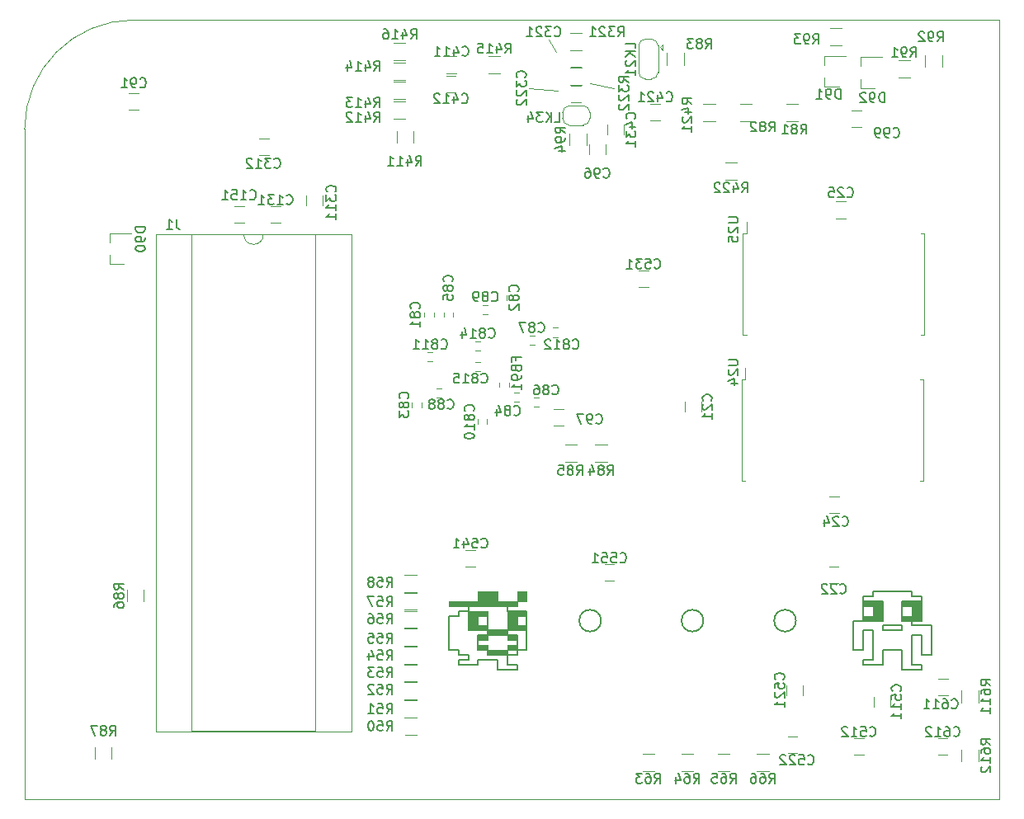
<source format=gbr>
G04 #@! TF.GenerationSoftware,KiCad,Pcbnew,(5.1.6)-1*
G04 #@! TF.CreationDate,2021-06-05T12:15:53+01:00*
G04 #@! TF.ProjectId,blit-cpu-mk3,626c6974-2d63-4707-952d-6d6b332e6b69,3.00*
G04 #@! TF.SameCoordinates,Original*
G04 #@! TF.FileFunction,Legend,Bot*
G04 #@! TF.FilePolarity,Positive*
%FSLAX46Y46*%
G04 Gerber Fmt 4.6, Leading zero omitted, Abs format (unit mm)*
G04 Created by KiCad (PCBNEW (5.1.6)-1) date 2021-06-05 12:15:53*
%MOMM*%
%LPD*%
G01*
G04 APERTURE LIST*
%ADD10C,0.120000*%
G04 #@! TA.AperFunction,Profile*
%ADD11C,0.050000*%
G04 #@! TD*
%ADD12C,0.150000*%
%ADD13C,0.100000*%
G04 APERTURE END LIST*
D10*
X73750000Y-29000000D02*
X76750000Y-29250000D01*
X82500000Y-29000000D02*
X80000000Y-28500000D01*
X75750000Y-24000000D02*
X76500000Y-25250000D01*
D11*
X122000000Y-102000000D02*
X87000000Y-102000000D01*
X122000000Y-22000000D02*
X122000000Y-102000000D01*
X33200000Y-22000000D02*
X122000000Y-22000000D01*
X22000000Y-102000000D02*
X22000000Y-33200000D01*
X22000000Y-33200000D02*
G75*
G02*
X33200000Y-22000000I11200000J0D01*
G01*
X22000000Y-102000000D02*
X87000000Y-102000000D01*
D10*
X78650000Y-65620000D02*
X77450000Y-65620000D01*
X77450000Y-67380000D02*
X78650000Y-67380000D01*
X29170000Y-96650000D02*
X29170000Y-97850000D01*
X30930000Y-97850000D02*
X30930000Y-96650000D01*
X34230000Y-81700000D02*
X34230000Y-80500000D01*
X32470000Y-80500000D02*
X32470000Y-81700000D01*
X80550000Y-67380000D02*
X81750000Y-67380000D01*
X81750000Y-65620000D02*
X80550000Y-65620000D01*
X80000000Y-32100000D02*
X80000000Y-31500000D01*
X77900000Y-32800000D02*
X79300000Y-32800000D01*
X77200000Y-31500000D02*
X77200000Y-32100000D01*
X79300000Y-30800000D02*
X77900000Y-30800000D01*
X80000000Y-31500000D02*
G75*
G03*
X79300000Y-30800000I-700000J0D01*
G01*
X79300000Y-32800000D02*
G75*
G03*
X80000000Y-32100000I0J700000D01*
G01*
X77200000Y-32100000D02*
G75*
G03*
X77900000Y-32800000I700000J0D01*
G01*
X77900000Y-30800000D02*
G75*
G03*
X77200000Y-31500000I0J-700000D01*
G01*
X71730000Y-59200000D02*
X71730000Y-59700000D01*
X70670000Y-59700000D02*
X70670000Y-59200000D01*
X81500000Y-77900000D02*
X82500000Y-77900000D01*
X82500000Y-79600000D02*
X81500000Y-79600000D01*
X118120000Y-96900000D02*
X118120000Y-98100000D01*
X119880000Y-98100000D02*
X119880000Y-96900000D01*
X118120000Y-90850000D02*
X118120000Y-92050000D01*
X119880000Y-92050000D02*
X119880000Y-90850000D01*
X93900000Y-38380000D02*
X95100000Y-38380000D01*
X95100000Y-36620000D02*
X93900000Y-36620000D01*
X91650000Y-32380000D02*
X92850000Y-32380000D01*
X92850000Y-30620000D02*
X91650000Y-30620000D01*
X61025000Y-24370000D02*
X59825000Y-24370000D01*
X59825000Y-26130000D02*
X61025000Y-26130000D01*
X69600000Y-27480000D02*
X70800000Y-27480000D01*
X70800000Y-25720000D02*
X69600000Y-25720000D01*
X61025000Y-26370000D02*
X59825000Y-26370000D01*
X59825000Y-28130000D02*
X61025000Y-28130000D01*
X61025000Y-28370000D02*
X59825000Y-28370000D01*
X59825000Y-30130000D02*
X61025000Y-30130000D01*
X59850000Y-32130000D02*
X61050000Y-32130000D01*
X61050000Y-30370000D02*
X59850000Y-30370000D01*
X61930000Y-34600000D02*
X61930000Y-33400000D01*
X60170000Y-33400000D02*
X60170000Y-34600000D01*
X78000000Y-28680000D02*
X79200000Y-28680000D01*
X79200000Y-26920000D02*
X78000000Y-26920000D01*
X77999500Y-25080000D02*
X79199500Y-25080000D01*
X79199500Y-23320000D02*
X77999500Y-23320000D01*
X77870000Y-33650000D02*
X77870000Y-34850000D01*
X79630000Y-34850000D02*
X79630000Y-33650000D01*
X104650000Y-24630000D02*
X105850000Y-24630000D01*
X105850000Y-22870000D02*
X104650000Y-22870000D01*
X114370000Y-25650000D02*
X114370000Y-26850000D01*
X116130000Y-26850000D02*
X116130000Y-25650000D01*
X111650000Y-27880000D02*
X112850000Y-27880000D01*
X112850000Y-26120000D02*
X111650000Y-26120000D01*
X87870000Y-25400000D02*
X87870000Y-26600000D01*
X89630000Y-26600000D02*
X89630000Y-25400000D01*
X96600000Y-30620000D02*
X95400000Y-30620000D01*
X95400000Y-32380000D02*
X96600000Y-32380000D01*
X100150000Y-32380000D02*
X101350000Y-32380000D01*
X101350000Y-30620000D02*
X100150000Y-30620000D01*
X98350000Y-97370000D02*
X97150000Y-97370000D01*
X97150000Y-99130000D02*
X98350000Y-99130000D01*
X94350000Y-97370000D02*
X93150000Y-97370000D01*
X93150000Y-99130000D02*
X94350000Y-99130000D01*
X90600000Y-97370000D02*
X89400000Y-97370000D01*
X89400000Y-99130000D02*
X90600000Y-99130000D01*
X86600000Y-97370000D02*
X85400000Y-97370000D01*
X85400000Y-99130000D02*
X86600000Y-99130000D01*
X62198600Y-78945800D02*
X60998600Y-78945800D01*
X60998600Y-80705800D02*
X62198600Y-80705800D01*
X62198600Y-80800000D02*
X60998600Y-80800000D01*
X60998600Y-82560000D02*
X62198600Y-82560000D01*
X62198600Y-82654200D02*
X60998600Y-82654200D01*
X60998600Y-84414200D02*
X62198600Y-84414200D01*
X62198600Y-84508400D02*
X60998600Y-84508400D01*
X60998600Y-86268400D02*
X62198600Y-86268400D01*
X62198600Y-86337200D02*
X60998600Y-86337200D01*
X60998600Y-88097200D02*
X62198600Y-88097200D01*
X62198600Y-88166000D02*
X60998600Y-88166000D01*
X60998600Y-89926000D02*
X62198600Y-89926000D01*
X62198600Y-89994800D02*
X60998600Y-89994800D01*
X60998600Y-91754800D02*
X62198600Y-91754800D01*
X62198600Y-91823600D02*
X60998600Y-91823600D01*
X60998600Y-93583600D02*
X62198600Y-93583600D01*
X62224000Y-93652400D02*
X61024000Y-93652400D01*
X61024000Y-95412400D02*
X62224000Y-95412400D01*
X44493000Y-44036000D02*
X39148000Y-44036000D01*
X39148000Y-44036000D02*
X39148000Y-94956000D01*
X39148000Y-94956000D02*
X51838000Y-94956000D01*
X51838000Y-94956000D02*
X51838000Y-44036000D01*
X51838000Y-44036000D02*
X46493000Y-44036000D01*
X35448000Y-43976000D02*
X35448000Y-95016000D01*
X35448000Y-95016000D02*
X55538000Y-95016000D01*
X55538000Y-95016000D02*
X55538000Y-43976000D01*
X55538000Y-43976000D02*
X35448000Y-43976000D01*
X46493000Y-44036000D02*
G75*
G02*
X44493000Y-44036000I-1000000J0D01*
G01*
X100150000Y-91300000D02*
X100150000Y-90300000D01*
X101850000Y-90300000D02*
X101850000Y-91300000D01*
X107100000Y-95750000D02*
X108100000Y-95750000D01*
X108100000Y-97450000D02*
X107100000Y-97450000D01*
X115700000Y-95750000D02*
X116700000Y-95750000D01*
X116700000Y-97450000D02*
X115700000Y-97450000D01*
X115750000Y-89650000D02*
X116750000Y-89650000D01*
X116750000Y-91350000D02*
X115750000Y-91350000D01*
X67250000Y-76400000D02*
X68250000Y-76400000D01*
X68250000Y-78100000D02*
X67250000Y-78100000D01*
X85000000Y-47720000D02*
X86000000Y-47720000D01*
X86000000Y-49420000D02*
X85000000Y-49420000D01*
X101300000Y-97250000D02*
X100300000Y-97250000D01*
X100300000Y-95550000D02*
X101300000Y-95550000D01*
X110850000Y-91500000D02*
X110850000Y-92500000D01*
X109150000Y-92500000D02*
X109150000Y-91500000D01*
X81820000Y-33750000D02*
X81820000Y-32750000D01*
X83520000Y-32750000D02*
X83520000Y-33750000D01*
X86230000Y-30590000D02*
X87230000Y-30590000D01*
X87230000Y-32290000D02*
X86230000Y-32290000D01*
X66300000Y-27450000D02*
X65300000Y-27450000D01*
X65300000Y-25750000D02*
X66300000Y-25750000D01*
X78100000Y-28750000D02*
X79100000Y-28750000D01*
X79100000Y-30450000D02*
X78100000Y-30450000D01*
X78100000Y-25150000D02*
X79100000Y-25150000D01*
X79100000Y-26850000D02*
X78100000Y-26850000D01*
X47100000Y-35840000D02*
X46100000Y-35840000D01*
X46100000Y-34140000D02*
X47100000Y-34140000D01*
X50870000Y-41020000D02*
X50870000Y-40020000D01*
X52570000Y-40020000D02*
X52570000Y-41020000D01*
X44500000Y-42850000D02*
X43500000Y-42850000D01*
X43500000Y-41150000D02*
X44500000Y-41150000D01*
X47250000Y-41150000D02*
X48250000Y-41150000D01*
X48250000Y-42850000D02*
X47250000Y-42850000D01*
X81600000Y-34750000D02*
X81600000Y-35750000D01*
X79900000Y-35750000D02*
X79900000Y-34750000D01*
X106250000Y-42350000D02*
X105250000Y-42350000D01*
X105250000Y-40650000D02*
X106250000Y-40650000D01*
X104570000Y-70900000D02*
X105570000Y-70900000D01*
X105570000Y-72600000D02*
X104570000Y-72600000D01*
X105530000Y-79780000D02*
X104530000Y-79780000D01*
X104530000Y-78080000D02*
X105530000Y-78080000D01*
X91430000Y-61220000D02*
X91430000Y-62220000D01*
X89730000Y-62220000D02*
X89730000Y-61220000D01*
X77300000Y-63650000D02*
X76300000Y-63650000D01*
X76300000Y-61950000D02*
X77300000Y-61950000D01*
D12*
X81143034Y-83665000D02*
G75*
G03*
X81143034Y-83665000I-1118034J0D01*
G01*
X91643034Y-83665000D02*
G75*
G03*
X91643034Y-83665000I-1118034J0D01*
G01*
X101143034Y-83665000D02*
G75*
G03*
X101143034Y-83665000I-1118034J0D01*
G01*
X70525000Y-88665000D02*
X72525000Y-88665000D01*
X112025000Y-83665000D02*
X113025000Y-83665000D01*
X112025000Y-81665000D02*
X112025000Y-83665000D01*
X114025000Y-81665000D02*
X112025000Y-81665000D01*
X110025000Y-83665000D02*
X108025000Y-83665000D01*
X110025000Y-81665000D02*
X110025000Y-83665000D01*
X108025000Y-81665000D02*
X110025000Y-81665000D01*
D13*
G36*
X110025000Y-83165000D02*
G01*
X108025000Y-83165000D01*
X108025000Y-83665000D01*
X110025000Y-83665000D01*
X110025000Y-83165000D01*
G37*
X110025000Y-83165000D02*
X108025000Y-83165000D01*
X108025000Y-83665000D01*
X110025000Y-83665000D01*
X110025000Y-83165000D01*
G36*
X110025000Y-82165000D02*
G01*
X110025000Y-83165000D01*
X109025000Y-83165000D01*
X109025000Y-82165000D01*
X110025000Y-82165000D01*
G37*
X110025000Y-82165000D02*
X110025000Y-83165000D01*
X109025000Y-83165000D01*
X109025000Y-82165000D01*
X110025000Y-82165000D01*
G36*
X110025000Y-81665000D02*
G01*
X108025000Y-81665000D01*
X108025000Y-82165000D01*
X110025000Y-82165000D01*
X110025000Y-81665000D01*
G37*
X110025000Y-81665000D02*
X108025000Y-81665000D01*
X108025000Y-82165000D01*
X110025000Y-82165000D01*
X110025000Y-81665000D01*
G36*
X114025000Y-83165000D02*
G01*
X112025000Y-83165000D01*
X112025000Y-83665000D01*
X114025000Y-83665000D01*
X114025000Y-83165000D01*
G37*
X114025000Y-83165000D02*
X112025000Y-83165000D01*
X112025000Y-83665000D01*
X114025000Y-83665000D01*
X114025000Y-83165000D01*
G36*
X113025000Y-82165000D02*
G01*
X113025000Y-83165000D01*
X114025000Y-83165000D01*
X114025000Y-82165000D01*
X113025000Y-82165000D01*
G37*
X113025000Y-82165000D02*
X113025000Y-83165000D01*
X114025000Y-83165000D01*
X114025000Y-82165000D01*
X113025000Y-82165000D01*
G36*
X114025000Y-81665000D02*
G01*
X112025000Y-81665000D01*
X112025000Y-82165000D01*
X114025000Y-82165000D01*
X114025000Y-81665000D01*
G37*
X114025000Y-81665000D02*
X112025000Y-81665000D01*
X112025000Y-82165000D01*
X114025000Y-82165000D01*
X114025000Y-81665000D01*
D12*
X112025000Y-84665000D02*
X112025000Y-84165000D01*
X110025000Y-84665000D02*
X112025000Y-84665000D01*
X110025000Y-84165000D02*
X110025000Y-84665000D01*
X112025000Y-84165000D02*
X110025000Y-84165000D01*
X113025000Y-85165000D02*
X113025000Y-88165000D01*
X114025000Y-85165000D02*
X113025000Y-85165000D01*
X114025000Y-87165000D02*
X114025000Y-85165000D01*
X115025000Y-87165000D02*
X114025000Y-87165000D01*
X115025000Y-84165000D02*
X115025000Y-87165000D01*
X113025000Y-84165000D02*
X115025000Y-84165000D01*
X113025000Y-83665000D02*
X113025000Y-84165000D01*
X114025000Y-83665000D02*
X113025000Y-83665000D01*
X114025000Y-81165000D02*
X114025000Y-83665000D01*
X113025000Y-81165000D02*
X114025000Y-81165000D01*
X113025000Y-80665000D02*
X113025000Y-81165000D01*
X109025000Y-80665000D02*
X113025000Y-80665000D01*
X109025000Y-81165000D02*
X109025000Y-80665000D01*
X108025000Y-81165000D02*
X109025000Y-81165000D01*
X108025000Y-83665000D02*
X108025000Y-81165000D01*
X107025000Y-83665000D02*
X108025000Y-83665000D01*
X107025000Y-86665000D02*
X107025000Y-83665000D01*
X108025000Y-86665000D02*
X107025000Y-86665000D01*
X108025000Y-84665000D02*
X108025000Y-86665000D01*
X109025000Y-84665000D02*
X108025000Y-84665000D01*
X109025000Y-87665000D02*
X109025000Y-84665000D01*
X108025000Y-87665000D02*
X109025000Y-87665000D01*
X108025000Y-88165000D02*
X108025000Y-87665000D01*
X110025000Y-88165000D02*
X108025000Y-88165000D01*
X110025000Y-86665000D02*
X110025000Y-88165000D01*
X112025000Y-86665000D02*
X110025000Y-86665000D01*
X112025000Y-88665000D02*
X112025000Y-86665000D01*
X114025000Y-88665000D02*
X112025000Y-88665000D01*
X114025000Y-88165000D02*
X113025000Y-88165000D01*
X114025000Y-88665000D02*
X114025000Y-88165000D01*
D13*
G36*
X71525000Y-86665000D02*
G01*
X71525000Y-86165000D01*
X72525000Y-86165000D01*
X72525000Y-86665000D01*
X71525000Y-86665000D01*
G37*
X71525000Y-86665000D02*
X71525000Y-86165000D01*
X72525000Y-86165000D01*
X72525000Y-86665000D01*
X71525000Y-86665000D01*
G36*
X71525000Y-86665000D02*
G01*
X69525000Y-86665000D01*
X69525000Y-87165000D01*
X71525000Y-87165000D01*
X71525000Y-86665000D01*
G37*
X71525000Y-86665000D02*
X69525000Y-86665000D01*
X69525000Y-87165000D01*
X71525000Y-87165000D01*
X71525000Y-86665000D01*
G36*
X69525000Y-86165000D02*
G01*
X69525000Y-86665000D01*
X68525000Y-86665000D01*
X68525000Y-86165000D01*
X69525000Y-86165000D01*
G37*
X69525000Y-86165000D02*
X69525000Y-86665000D01*
X68525000Y-86665000D01*
X68525000Y-86165000D01*
X69525000Y-86165000D01*
G36*
X69525000Y-85165000D02*
G01*
X69525000Y-85665000D01*
X68525000Y-85665000D01*
X68525000Y-85165000D01*
X69525000Y-85165000D01*
G37*
X69525000Y-85165000D02*
X69525000Y-85665000D01*
X68525000Y-85665000D01*
X68525000Y-85165000D01*
X69525000Y-85165000D01*
G36*
X71525000Y-84665000D02*
G01*
X71525000Y-85165000D01*
X69525000Y-85165000D01*
X69525000Y-84665000D01*
X71525000Y-84665000D01*
G37*
X71525000Y-84665000D02*
X71525000Y-85165000D01*
X69525000Y-85165000D01*
X69525000Y-84665000D01*
X71525000Y-84665000D01*
G36*
X72525000Y-85165000D02*
G01*
X72525000Y-85665000D01*
X71525000Y-85665000D01*
X71525000Y-85165000D01*
X72525000Y-85165000D01*
G37*
X72525000Y-85165000D02*
X72525000Y-85665000D01*
X71525000Y-85665000D01*
X71525000Y-85165000D01*
X72525000Y-85165000D01*
D12*
X71525000Y-85165000D02*
X71525000Y-84665000D01*
X72525000Y-85165000D02*
X71525000Y-85165000D01*
X72525000Y-86665000D02*
X72525000Y-85165000D01*
X71525000Y-86665000D02*
X72525000Y-86665000D01*
X71525000Y-87165000D02*
X71525000Y-86665000D01*
X69525000Y-87165000D02*
X71525000Y-87165000D01*
X69525000Y-86665000D02*
X69525000Y-87165000D01*
X68525000Y-86665000D02*
X69525000Y-86665000D01*
X68525000Y-85165000D02*
X68525000Y-86665000D01*
X69525000Y-85165000D02*
X68525000Y-85165000D01*
X69525000Y-84665000D02*
X69525000Y-85165000D01*
X69525000Y-85165000D02*
X69525000Y-84665000D01*
X71525000Y-84665000D02*
X69525000Y-84665000D01*
X67525000Y-84665000D02*
X67525000Y-82665000D01*
X69525000Y-84665000D02*
X67525000Y-84665000D01*
X73525000Y-82665000D02*
X71525000Y-82665000D01*
X73525000Y-83165000D02*
X73525000Y-82665000D01*
X69525000Y-82665000D02*
X69525000Y-84665000D01*
X73525000Y-83165000D02*
X73525000Y-84665000D01*
X67525000Y-82665000D02*
X67525000Y-82165000D01*
X66525000Y-82665000D02*
X67525000Y-82665000D01*
X66525000Y-83165000D02*
X66525000Y-82665000D01*
X65525000Y-83165000D02*
X66525000Y-83165000D01*
X65525000Y-86665000D02*
X65525000Y-83165000D01*
X66525000Y-86665000D02*
X65525000Y-86665000D01*
X66525000Y-87165000D02*
X66525000Y-86665000D01*
X67525000Y-87165000D02*
X66525000Y-87165000D01*
X67525000Y-87665000D02*
X67525000Y-87165000D01*
X66525000Y-87665000D02*
X67525000Y-87665000D01*
X66525000Y-88165000D02*
X66525000Y-87665000D01*
X68525000Y-88165000D02*
X66525000Y-88165000D01*
X68525000Y-87665000D02*
X68525000Y-88165000D01*
X70525000Y-87665000D02*
X68525000Y-87665000D01*
X70525000Y-88665000D02*
X70525000Y-87665000D01*
X72525000Y-88165000D02*
X72525000Y-88665000D01*
X71525000Y-88165000D02*
X72525000Y-88165000D01*
X71525000Y-87165000D02*
X71525000Y-88165000D01*
X72525000Y-87165000D02*
X71525000Y-87165000D01*
X72525000Y-86665000D02*
X72525000Y-87165000D01*
X73525000Y-86665000D02*
X72525000Y-86665000D01*
X73525000Y-84665000D02*
X73525000Y-86665000D01*
X71525000Y-82665000D02*
X71525000Y-82165000D01*
D13*
G36*
X69525000Y-84165000D02*
G01*
X69525000Y-84665000D01*
X67525000Y-84665000D01*
X67525000Y-84165000D01*
X69525000Y-84165000D01*
G37*
X69525000Y-84165000D02*
X69525000Y-84665000D01*
X67525000Y-84665000D01*
X67525000Y-84165000D01*
X69525000Y-84165000D01*
G36*
X68525000Y-83165000D02*
G01*
X68525000Y-84165000D01*
X67525000Y-84165000D01*
X67525000Y-83165000D01*
X68525000Y-83165000D01*
G37*
X68525000Y-83165000D02*
X68525000Y-84165000D01*
X67525000Y-84165000D01*
X67525000Y-83165000D01*
X68525000Y-83165000D01*
G36*
X69525000Y-82665000D02*
G01*
X69525000Y-83165000D01*
X67525000Y-83165000D01*
X67525000Y-82665000D01*
X69525000Y-82665000D01*
G37*
X69525000Y-82665000D02*
X69525000Y-83165000D01*
X67525000Y-83165000D01*
X67525000Y-82665000D01*
X69525000Y-82665000D01*
G36*
X73525000Y-84165000D02*
G01*
X73525000Y-84665000D01*
X71525000Y-84665000D01*
X71525000Y-84165000D01*
X73525000Y-84165000D01*
G37*
X73525000Y-84165000D02*
X73525000Y-84665000D01*
X71525000Y-84665000D01*
X71525000Y-84165000D01*
X73525000Y-84165000D01*
G36*
X72525000Y-83165000D02*
G01*
X72525000Y-84165000D01*
X71525000Y-84165000D01*
X71525000Y-83165000D01*
X72525000Y-83165000D01*
G37*
X72525000Y-83165000D02*
X72525000Y-84165000D01*
X71525000Y-84165000D01*
X71525000Y-83165000D01*
X72525000Y-83165000D01*
G36*
X73525000Y-82665000D02*
G01*
X73525000Y-83165000D01*
X71525000Y-83165000D01*
X71525000Y-82665000D01*
X73525000Y-82665000D01*
G37*
X73525000Y-82665000D02*
X73525000Y-83165000D01*
X71525000Y-83165000D01*
X71525000Y-82665000D01*
X73525000Y-82665000D01*
G36*
X70525000Y-80665000D02*
G01*
X68525000Y-80665000D01*
X68525000Y-81665000D01*
X70525000Y-81665000D01*
X70525000Y-80665000D01*
G37*
X70525000Y-80665000D02*
X68525000Y-80665000D01*
X68525000Y-81665000D01*
X70525000Y-81665000D01*
X70525000Y-80665000D01*
G36*
X72525000Y-81665000D02*
G01*
X65525000Y-81665000D01*
X65525000Y-82165000D01*
X72525000Y-82165000D01*
X72525000Y-81665000D01*
G37*
X72525000Y-81665000D02*
X65525000Y-81665000D01*
X65525000Y-82165000D01*
X72525000Y-82165000D01*
X72525000Y-81665000D01*
G36*
X73525000Y-80665000D02*
G01*
X72525000Y-80665000D01*
X72525000Y-81665000D01*
X73525000Y-81665000D01*
X73525000Y-80665000D01*
G37*
X73525000Y-80665000D02*
X72525000Y-80665000D01*
X72525000Y-81665000D01*
X73525000Y-81665000D01*
X73525000Y-80665000D01*
D10*
X30740000Y-47080000D02*
X32200000Y-47080000D01*
X30740000Y-43920000D02*
X32900000Y-43920000D01*
X30740000Y-43920000D02*
X30740000Y-44850000D01*
X30740000Y-47080000D02*
X30740000Y-46150000D01*
X68220000Y-57080000D02*
X68720000Y-57080000D01*
X68720000Y-58020000D02*
X68220000Y-58020000D01*
X68760000Y-55930000D02*
X68260000Y-55930000D01*
X68260000Y-54990000D02*
X68760000Y-54990000D01*
X87200000Y-24820000D02*
X87500000Y-25120000D01*
X87500000Y-24520000D02*
X87500000Y-25120000D01*
X87200000Y-24820000D02*
X87500000Y-24520000D01*
X86300000Y-23970000D02*
X85700000Y-23970000D01*
X87000000Y-27420000D02*
X87000000Y-24620000D01*
X85700000Y-28070000D02*
X86300000Y-28070000D01*
X85000000Y-24620000D02*
X85000000Y-27420000D01*
X85700000Y-23970000D02*
G75*
G03*
X85000000Y-24670000I0J-700000D01*
G01*
X87000000Y-24670000D02*
G75*
G03*
X86300000Y-23970000I-700000J0D01*
G01*
X86300000Y-28070000D02*
G75*
G03*
X87000000Y-27370000I0J700000D01*
G01*
X85000000Y-27370000D02*
G75*
G03*
X85700000Y-28070000I700000J0D01*
G01*
X96055000Y-43910000D02*
X96055000Y-42750000D01*
X95675000Y-43910000D02*
X96055000Y-43910000D01*
X95675000Y-49100000D02*
X95675000Y-43910000D01*
X95675000Y-54290000D02*
X96055000Y-54290000D01*
X95675000Y-49100000D02*
X95675000Y-54290000D01*
X114305000Y-43910000D02*
X113925000Y-43910000D01*
X114305000Y-49100000D02*
X114305000Y-43910000D01*
X114305000Y-54290000D02*
X113925000Y-54290000D01*
X114305000Y-49100000D02*
X114305000Y-54290000D01*
X95965000Y-58910000D02*
X95965000Y-57750000D01*
X95585000Y-58910000D02*
X95965000Y-58910000D01*
X95585000Y-64100000D02*
X95585000Y-58910000D01*
X95585000Y-69290000D02*
X95965000Y-69290000D01*
X95585000Y-64100000D02*
X95585000Y-69290000D01*
X114215000Y-58910000D02*
X113835000Y-58910000D01*
X114215000Y-64100000D02*
X114215000Y-58910000D01*
X114215000Y-69290000D02*
X113835000Y-69290000D01*
X114215000Y-64100000D02*
X114215000Y-69290000D01*
X76170000Y-53600000D02*
X76670000Y-53600000D01*
X76670000Y-54540000D02*
X76170000Y-54540000D01*
X63870000Y-57070000D02*
X63370000Y-57070000D01*
X63370000Y-56130000D02*
X63870000Y-56130000D01*
X69420000Y-63000000D02*
X69420000Y-63500000D01*
X68480000Y-63500000D02*
X68480000Y-63000000D01*
X69530000Y-52180000D02*
X69030000Y-52180000D01*
X69030000Y-51240000D02*
X69530000Y-51240000D01*
X64730000Y-60780000D02*
X64230000Y-60780000D01*
X64230000Y-59840000D02*
X64730000Y-59840000D01*
X73810000Y-54420000D02*
X74310000Y-54420000D01*
X74310000Y-55360000D02*
X73810000Y-55360000D01*
X74280000Y-60770000D02*
X74780000Y-60770000D01*
X74780000Y-61710000D02*
X74280000Y-61710000D01*
X65030000Y-52500000D02*
X65030000Y-52000000D01*
X65970000Y-52000000D02*
X65970000Y-52500000D01*
X63030000Y-52500000D02*
X63030000Y-52000000D01*
X63970000Y-52000000D02*
X63970000Y-52500000D01*
X72750000Y-61220000D02*
X72250000Y-61220000D01*
X72250000Y-60280000D02*
X72750000Y-60280000D01*
X62700000Y-61240000D02*
X62700000Y-61740000D01*
X61760000Y-61740000D02*
X61760000Y-61240000D01*
X70500000Y-50750000D02*
X70500000Y-50250000D01*
X71440000Y-50250000D02*
X71440000Y-50750000D01*
X107800000Y-28980000D02*
X109260000Y-28980000D01*
X107800000Y-25820000D02*
X109960000Y-25820000D01*
X107800000Y-25820000D02*
X107800000Y-26750000D01*
X107800000Y-28980000D02*
X107800000Y-28050000D01*
X104080000Y-28830000D02*
X105540000Y-28830000D01*
X104080000Y-25670000D02*
X106240000Y-25670000D01*
X104080000Y-25670000D02*
X104080000Y-26600000D01*
X104080000Y-28830000D02*
X104080000Y-27900000D01*
X65240000Y-27750000D02*
X66240000Y-27750000D01*
X66240000Y-29450000D02*
X65240000Y-29450000D01*
X106840000Y-31260000D02*
X107840000Y-31260000D01*
X107840000Y-32960000D02*
X106840000Y-32960000D01*
X32700000Y-29550000D02*
X33700000Y-29550000D01*
X33700000Y-31250000D02*
X32700000Y-31250000D01*
D12*
X78642857Y-68702380D02*
X78976190Y-68226190D01*
X79214285Y-68702380D02*
X79214285Y-67702380D01*
X78833333Y-67702380D01*
X78738095Y-67750000D01*
X78690476Y-67797619D01*
X78642857Y-67892857D01*
X78642857Y-68035714D01*
X78690476Y-68130952D01*
X78738095Y-68178571D01*
X78833333Y-68226190D01*
X79214285Y-68226190D01*
X78071428Y-68130952D02*
X78166666Y-68083333D01*
X78214285Y-68035714D01*
X78261904Y-67940476D01*
X78261904Y-67892857D01*
X78214285Y-67797619D01*
X78166666Y-67750000D01*
X78071428Y-67702380D01*
X77880952Y-67702380D01*
X77785714Y-67750000D01*
X77738095Y-67797619D01*
X77690476Y-67892857D01*
X77690476Y-67940476D01*
X77738095Y-68035714D01*
X77785714Y-68083333D01*
X77880952Y-68130952D01*
X78071428Y-68130952D01*
X78166666Y-68178571D01*
X78214285Y-68226190D01*
X78261904Y-68321428D01*
X78261904Y-68511904D01*
X78214285Y-68607142D01*
X78166666Y-68654761D01*
X78071428Y-68702380D01*
X77880952Y-68702380D01*
X77785714Y-68654761D01*
X77738095Y-68607142D01*
X77690476Y-68511904D01*
X77690476Y-68321428D01*
X77738095Y-68226190D01*
X77785714Y-68178571D01*
X77880952Y-68130952D01*
X76785714Y-67702380D02*
X77261904Y-67702380D01*
X77309523Y-68178571D01*
X77261904Y-68130952D01*
X77166666Y-68083333D01*
X76928571Y-68083333D01*
X76833333Y-68130952D01*
X76785714Y-68178571D01*
X76738095Y-68273809D01*
X76738095Y-68511904D01*
X76785714Y-68607142D01*
X76833333Y-68654761D01*
X76928571Y-68702380D01*
X77166666Y-68702380D01*
X77261904Y-68654761D01*
X77309523Y-68607142D01*
X30742857Y-95452380D02*
X31076190Y-94976190D01*
X31314285Y-95452380D02*
X31314285Y-94452380D01*
X30933333Y-94452380D01*
X30838095Y-94500000D01*
X30790476Y-94547619D01*
X30742857Y-94642857D01*
X30742857Y-94785714D01*
X30790476Y-94880952D01*
X30838095Y-94928571D01*
X30933333Y-94976190D01*
X31314285Y-94976190D01*
X30171428Y-94880952D02*
X30266666Y-94833333D01*
X30314285Y-94785714D01*
X30361904Y-94690476D01*
X30361904Y-94642857D01*
X30314285Y-94547619D01*
X30266666Y-94500000D01*
X30171428Y-94452380D01*
X29980952Y-94452380D01*
X29885714Y-94500000D01*
X29838095Y-94547619D01*
X29790476Y-94642857D01*
X29790476Y-94690476D01*
X29838095Y-94785714D01*
X29885714Y-94833333D01*
X29980952Y-94880952D01*
X30171428Y-94880952D01*
X30266666Y-94928571D01*
X30314285Y-94976190D01*
X30361904Y-95071428D01*
X30361904Y-95261904D01*
X30314285Y-95357142D01*
X30266666Y-95404761D01*
X30171428Y-95452380D01*
X29980952Y-95452380D01*
X29885714Y-95404761D01*
X29838095Y-95357142D01*
X29790476Y-95261904D01*
X29790476Y-95071428D01*
X29838095Y-94976190D01*
X29885714Y-94928571D01*
X29980952Y-94880952D01*
X29457142Y-94452380D02*
X28790476Y-94452380D01*
X29219047Y-95452380D01*
X32152380Y-80457142D02*
X31676190Y-80123809D01*
X32152380Y-79885714D02*
X31152380Y-79885714D01*
X31152380Y-80266666D01*
X31200000Y-80361904D01*
X31247619Y-80409523D01*
X31342857Y-80457142D01*
X31485714Y-80457142D01*
X31580952Y-80409523D01*
X31628571Y-80361904D01*
X31676190Y-80266666D01*
X31676190Y-79885714D01*
X31580952Y-81028571D02*
X31533333Y-80933333D01*
X31485714Y-80885714D01*
X31390476Y-80838095D01*
X31342857Y-80838095D01*
X31247619Y-80885714D01*
X31200000Y-80933333D01*
X31152380Y-81028571D01*
X31152380Y-81219047D01*
X31200000Y-81314285D01*
X31247619Y-81361904D01*
X31342857Y-81409523D01*
X31390476Y-81409523D01*
X31485714Y-81361904D01*
X31533333Y-81314285D01*
X31580952Y-81219047D01*
X31580952Y-81028571D01*
X31628571Y-80933333D01*
X31676190Y-80885714D01*
X31771428Y-80838095D01*
X31961904Y-80838095D01*
X32057142Y-80885714D01*
X32104761Y-80933333D01*
X32152380Y-81028571D01*
X32152380Y-81219047D01*
X32104761Y-81314285D01*
X32057142Y-81361904D01*
X31961904Y-81409523D01*
X31771428Y-81409523D01*
X31676190Y-81361904D01*
X31628571Y-81314285D01*
X31580952Y-81219047D01*
X31152380Y-82266666D02*
X31152380Y-82076190D01*
X31200000Y-81980952D01*
X31247619Y-81933333D01*
X31390476Y-81838095D01*
X31580952Y-81790476D01*
X31961904Y-81790476D01*
X32057142Y-81838095D01*
X32104761Y-81885714D01*
X32152380Y-81980952D01*
X32152380Y-82171428D01*
X32104761Y-82266666D01*
X32057142Y-82314285D01*
X31961904Y-82361904D01*
X31723809Y-82361904D01*
X31628571Y-82314285D01*
X31580952Y-82266666D01*
X31533333Y-82171428D01*
X31533333Y-81980952D01*
X31580952Y-81885714D01*
X31628571Y-81838095D01*
X31723809Y-81790476D01*
X81792857Y-68702380D02*
X82126190Y-68226190D01*
X82364285Y-68702380D02*
X82364285Y-67702380D01*
X81983333Y-67702380D01*
X81888095Y-67750000D01*
X81840476Y-67797619D01*
X81792857Y-67892857D01*
X81792857Y-68035714D01*
X81840476Y-68130952D01*
X81888095Y-68178571D01*
X81983333Y-68226190D01*
X82364285Y-68226190D01*
X81221428Y-68130952D02*
X81316666Y-68083333D01*
X81364285Y-68035714D01*
X81411904Y-67940476D01*
X81411904Y-67892857D01*
X81364285Y-67797619D01*
X81316666Y-67750000D01*
X81221428Y-67702380D01*
X81030952Y-67702380D01*
X80935714Y-67750000D01*
X80888095Y-67797619D01*
X80840476Y-67892857D01*
X80840476Y-67940476D01*
X80888095Y-68035714D01*
X80935714Y-68083333D01*
X81030952Y-68130952D01*
X81221428Y-68130952D01*
X81316666Y-68178571D01*
X81364285Y-68226190D01*
X81411904Y-68321428D01*
X81411904Y-68511904D01*
X81364285Y-68607142D01*
X81316666Y-68654761D01*
X81221428Y-68702380D01*
X81030952Y-68702380D01*
X80935714Y-68654761D01*
X80888095Y-68607142D01*
X80840476Y-68511904D01*
X80840476Y-68321428D01*
X80888095Y-68226190D01*
X80935714Y-68178571D01*
X81030952Y-68130952D01*
X79983333Y-68035714D02*
X79983333Y-68702380D01*
X80221428Y-67654761D02*
X80459523Y-68369047D01*
X79840476Y-68369047D01*
X76392857Y-32452380D02*
X76869047Y-32452380D01*
X76869047Y-31452380D01*
X76059523Y-32452380D02*
X76059523Y-31452380D01*
X75488095Y-32452380D02*
X75916666Y-31880952D01*
X75488095Y-31452380D02*
X76059523Y-32023809D01*
X75154761Y-31452380D02*
X74535714Y-31452380D01*
X74869047Y-31833333D01*
X74726190Y-31833333D01*
X74630952Y-31880952D01*
X74583333Y-31928571D01*
X74535714Y-32023809D01*
X74535714Y-32261904D01*
X74583333Y-32357142D01*
X74630952Y-32404761D01*
X74726190Y-32452380D01*
X75011904Y-32452380D01*
X75107142Y-32404761D01*
X75154761Y-32357142D01*
X73678571Y-31785714D02*
X73678571Y-32452380D01*
X73916666Y-31404761D02*
X74154761Y-32119047D01*
X73535714Y-32119047D01*
X72428571Y-56940476D02*
X72428571Y-56607142D01*
X72952380Y-56607142D02*
X71952380Y-56607142D01*
X71952380Y-57083333D01*
X72428571Y-57797619D02*
X72476190Y-57940476D01*
X72523809Y-57988095D01*
X72619047Y-58035714D01*
X72761904Y-58035714D01*
X72857142Y-57988095D01*
X72904761Y-57940476D01*
X72952380Y-57845238D01*
X72952380Y-57464285D01*
X71952380Y-57464285D01*
X71952380Y-57797619D01*
X72000000Y-57892857D01*
X72047619Y-57940476D01*
X72142857Y-57988095D01*
X72238095Y-57988095D01*
X72333333Y-57940476D01*
X72380952Y-57892857D01*
X72428571Y-57797619D01*
X72428571Y-57464285D01*
X72952380Y-58511904D02*
X72952380Y-58702380D01*
X72904761Y-58797619D01*
X72857142Y-58845238D01*
X72714285Y-58940476D01*
X72523809Y-58988095D01*
X72142857Y-58988095D01*
X72047619Y-58940476D01*
X72000000Y-58892857D01*
X71952380Y-58797619D01*
X71952380Y-58607142D01*
X72000000Y-58511904D01*
X72047619Y-58464285D01*
X72142857Y-58416666D01*
X72380952Y-58416666D01*
X72476190Y-58464285D01*
X72523809Y-58511904D01*
X72571428Y-58607142D01*
X72571428Y-58797619D01*
X72523809Y-58892857D01*
X72476190Y-58940476D01*
X72380952Y-58988095D01*
X72952380Y-59940476D02*
X72952380Y-59369047D01*
X72952380Y-59654761D02*
X71952380Y-59654761D01*
X72095238Y-59559523D01*
X72190476Y-59464285D01*
X72238095Y-59369047D01*
X83119047Y-77607142D02*
X83166666Y-77654761D01*
X83309523Y-77702380D01*
X83404761Y-77702380D01*
X83547619Y-77654761D01*
X83642857Y-77559523D01*
X83690476Y-77464285D01*
X83738095Y-77273809D01*
X83738095Y-77130952D01*
X83690476Y-76940476D01*
X83642857Y-76845238D01*
X83547619Y-76750000D01*
X83404761Y-76702380D01*
X83309523Y-76702380D01*
X83166666Y-76750000D01*
X83119047Y-76797619D01*
X82214285Y-76702380D02*
X82690476Y-76702380D01*
X82738095Y-77178571D01*
X82690476Y-77130952D01*
X82595238Y-77083333D01*
X82357142Y-77083333D01*
X82261904Y-77130952D01*
X82214285Y-77178571D01*
X82166666Y-77273809D01*
X82166666Y-77511904D01*
X82214285Y-77607142D01*
X82261904Y-77654761D01*
X82357142Y-77702380D01*
X82595238Y-77702380D01*
X82690476Y-77654761D01*
X82738095Y-77607142D01*
X81261904Y-76702380D02*
X81738095Y-76702380D01*
X81785714Y-77178571D01*
X81738095Y-77130952D01*
X81642857Y-77083333D01*
X81404761Y-77083333D01*
X81309523Y-77130952D01*
X81261904Y-77178571D01*
X81214285Y-77273809D01*
X81214285Y-77511904D01*
X81261904Y-77607142D01*
X81309523Y-77654761D01*
X81404761Y-77702380D01*
X81642857Y-77702380D01*
X81738095Y-77654761D01*
X81785714Y-77607142D01*
X80261904Y-77702380D02*
X80833333Y-77702380D01*
X80547619Y-77702380D02*
X80547619Y-76702380D01*
X80642857Y-76845238D01*
X80738095Y-76940476D01*
X80833333Y-76988095D01*
X121102380Y-96380952D02*
X120626190Y-96047619D01*
X121102380Y-95809523D02*
X120102380Y-95809523D01*
X120102380Y-96190476D01*
X120150000Y-96285714D01*
X120197619Y-96333333D01*
X120292857Y-96380952D01*
X120435714Y-96380952D01*
X120530952Y-96333333D01*
X120578571Y-96285714D01*
X120626190Y-96190476D01*
X120626190Y-95809523D01*
X120102380Y-97238095D02*
X120102380Y-97047619D01*
X120150000Y-96952380D01*
X120197619Y-96904761D01*
X120340476Y-96809523D01*
X120530952Y-96761904D01*
X120911904Y-96761904D01*
X121007142Y-96809523D01*
X121054761Y-96857142D01*
X121102380Y-96952380D01*
X121102380Y-97142857D01*
X121054761Y-97238095D01*
X121007142Y-97285714D01*
X120911904Y-97333333D01*
X120673809Y-97333333D01*
X120578571Y-97285714D01*
X120530952Y-97238095D01*
X120483333Y-97142857D01*
X120483333Y-96952380D01*
X120530952Y-96857142D01*
X120578571Y-96809523D01*
X120673809Y-96761904D01*
X121102380Y-98285714D02*
X121102380Y-97714285D01*
X121102380Y-98000000D02*
X120102380Y-98000000D01*
X120245238Y-97904761D01*
X120340476Y-97809523D01*
X120388095Y-97714285D01*
X120197619Y-98666666D02*
X120150000Y-98714285D01*
X120102380Y-98809523D01*
X120102380Y-99047619D01*
X120150000Y-99142857D01*
X120197619Y-99190476D01*
X120292857Y-99238095D01*
X120388095Y-99238095D01*
X120530952Y-99190476D01*
X121102380Y-98619047D01*
X121102380Y-99238095D01*
X121102380Y-90330952D02*
X120626190Y-89997619D01*
X121102380Y-89759523D02*
X120102380Y-89759523D01*
X120102380Y-90140476D01*
X120150000Y-90235714D01*
X120197619Y-90283333D01*
X120292857Y-90330952D01*
X120435714Y-90330952D01*
X120530952Y-90283333D01*
X120578571Y-90235714D01*
X120626190Y-90140476D01*
X120626190Y-89759523D01*
X120102380Y-91188095D02*
X120102380Y-90997619D01*
X120150000Y-90902380D01*
X120197619Y-90854761D01*
X120340476Y-90759523D01*
X120530952Y-90711904D01*
X120911904Y-90711904D01*
X121007142Y-90759523D01*
X121054761Y-90807142D01*
X121102380Y-90902380D01*
X121102380Y-91092857D01*
X121054761Y-91188095D01*
X121007142Y-91235714D01*
X120911904Y-91283333D01*
X120673809Y-91283333D01*
X120578571Y-91235714D01*
X120530952Y-91188095D01*
X120483333Y-91092857D01*
X120483333Y-90902380D01*
X120530952Y-90807142D01*
X120578571Y-90759523D01*
X120673809Y-90711904D01*
X121102380Y-92235714D02*
X121102380Y-91664285D01*
X121102380Y-91950000D02*
X120102380Y-91950000D01*
X120245238Y-91854761D01*
X120340476Y-91759523D01*
X120388095Y-91664285D01*
X121102380Y-93188095D02*
X121102380Y-92616666D01*
X121102380Y-92902380D02*
X120102380Y-92902380D01*
X120245238Y-92807142D01*
X120340476Y-92711904D01*
X120388095Y-92616666D01*
X95619047Y-39702380D02*
X95952380Y-39226190D01*
X96190476Y-39702380D02*
X96190476Y-38702380D01*
X95809523Y-38702380D01*
X95714285Y-38750000D01*
X95666666Y-38797619D01*
X95619047Y-38892857D01*
X95619047Y-39035714D01*
X95666666Y-39130952D01*
X95714285Y-39178571D01*
X95809523Y-39226190D01*
X96190476Y-39226190D01*
X94761904Y-39035714D02*
X94761904Y-39702380D01*
X95000000Y-38654761D02*
X95238095Y-39369047D01*
X94619047Y-39369047D01*
X94285714Y-38797619D02*
X94238095Y-38750000D01*
X94142857Y-38702380D01*
X93904761Y-38702380D01*
X93809523Y-38750000D01*
X93761904Y-38797619D01*
X93714285Y-38892857D01*
X93714285Y-38988095D01*
X93761904Y-39130952D01*
X94333333Y-39702380D01*
X93714285Y-39702380D01*
X93333333Y-38797619D02*
X93285714Y-38750000D01*
X93190476Y-38702380D01*
X92952380Y-38702380D01*
X92857142Y-38750000D01*
X92809523Y-38797619D01*
X92761904Y-38892857D01*
X92761904Y-38988095D01*
X92809523Y-39130952D01*
X93380952Y-39702380D01*
X92761904Y-39702380D01*
X90452380Y-30630952D02*
X89976190Y-30297619D01*
X90452380Y-30059523D02*
X89452380Y-30059523D01*
X89452380Y-30440476D01*
X89500000Y-30535714D01*
X89547619Y-30583333D01*
X89642857Y-30630952D01*
X89785714Y-30630952D01*
X89880952Y-30583333D01*
X89928571Y-30535714D01*
X89976190Y-30440476D01*
X89976190Y-30059523D01*
X89785714Y-31488095D02*
X90452380Y-31488095D01*
X89404761Y-31250000D02*
X90119047Y-31011904D01*
X90119047Y-31630952D01*
X89547619Y-31964285D02*
X89500000Y-32011904D01*
X89452380Y-32107142D01*
X89452380Y-32345238D01*
X89500000Y-32440476D01*
X89547619Y-32488095D01*
X89642857Y-32535714D01*
X89738095Y-32535714D01*
X89880952Y-32488095D01*
X90452380Y-31916666D01*
X90452380Y-32535714D01*
X90452380Y-33488095D02*
X90452380Y-32916666D01*
X90452380Y-33202380D02*
X89452380Y-33202380D01*
X89595238Y-33107142D01*
X89690476Y-33011904D01*
X89738095Y-32916666D01*
X61619047Y-23952380D02*
X61952380Y-23476190D01*
X62190476Y-23952380D02*
X62190476Y-22952380D01*
X61809523Y-22952380D01*
X61714285Y-23000000D01*
X61666666Y-23047619D01*
X61619047Y-23142857D01*
X61619047Y-23285714D01*
X61666666Y-23380952D01*
X61714285Y-23428571D01*
X61809523Y-23476190D01*
X62190476Y-23476190D01*
X60761904Y-23285714D02*
X60761904Y-23952380D01*
X61000000Y-22904761D02*
X61238095Y-23619047D01*
X60619047Y-23619047D01*
X59714285Y-23952380D02*
X60285714Y-23952380D01*
X60000000Y-23952380D02*
X60000000Y-22952380D01*
X60095238Y-23095238D01*
X60190476Y-23190476D01*
X60285714Y-23238095D01*
X58857142Y-22952380D02*
X59047619Y-22952380D01*
X59142857Y-23000000D01*
X59190476Y-23047619D01*
X59285714Y-23190476D01*
X59333333Y-23380952D01*
X59333333Y-23761904D01*
X59285714Y-23857142D01*
X59238095Y-23904761D01*
X59142857Y-23952380D01*
X58952380Y-23952380D01*
X58857142Y-23904761D01*
X58809523Y-23857142D01*
X58761904Y-23761904D01*
X58761904Y-23523809D01*
X58809523Y-23428571D01*
X58857142Y-23380952D01*
X58952380Y-23333333D01*
X59142857Y-23333333D01*
X59238095Y-23380952D01*
X59285714Y-23428571D01*
X59333333Y-23523809D01*
X71319047Y-25402380D02*
X71652380Y-24926190D01*
X71890476Y-25402380D02*
X71890476Y-24402380D01*
X71509523Y-24402380D01*
X71414285Y-24450000D01*
X71366666Y-24497619D01*
X71319047Y-24592857D01*
X71319047Y-24735714D01*
X71366666Y-24830952D01*
X71414285Y-24878571D01*
X71509523Y-24926190D01*
X71890476Y-24926190D01*
X70461904Y-24735714D02*
X70461904Y-25402380D01*
X70700000Y-24354761D02*
X70938095Y-25069047D01*
X70319047Y-25069047D01*
X69414285Y-25402380D02*
X69985714Y-25402380D01*
X69700000Y-25402380D02*
X69700000Y-24402380D01*
X69795238Y-24545238D01*
X69890476Y-24640476D01*
X69985714Y-24688095D01*
X68509523Y-24402380D02*
X68985714Y-24402380D01*
X69033333Y-24878571D01*
X68985714Y-24830952D01*
X68890476Y-24783333D01*
X68652380Y-24783333D01*
X68557142Y-24830952D01*
X68509523Y-24878571D01*
X68461904Y-24973809D01*
X68461904Y-25211904D01*
X68509523Y-25307142D01*
X68557142Y-25354761D01*
X68652380Y-25402380D01*
X68890476Y-25402380D01*
X68985714Y-25354761D01*
X69033333Y-25307142D01*
X57869047Y-27202380D02*
X58202380Y-26726190D01*
X58440476Y-27202380D02*
X58440476Y-26202380D01*
X58059523Y-26202380D01*
X57964285Y-26250000D01*
X57916666Y-26297619D01*
X57869047Y-26392857D01*
X57869047Y-26535714D01*
X57916666Y-26630952D01*
X57964285Y-26678571D01*
X58059523Y-26726190D01*
X58440476Y-26726190D01*
X57011904Y-26535714D02*
X57011904Y-27202380D01*
X57250000Y-26154761D02*
X57488095Y-26869047D01*
X56869047Y-26869047D01*
X55964285Y-27202380D02*
X56535714Y-27202380D01*
X56250000Y-27202380D02*
X56250000Y-26202380D01*
X56345238Y-26345238D01*
X56440476Y-26440476D01*
X56535714Y-26488095D01*
X55107142Y-26535714D02*
X55107142Y-27202380D01*
X55345238Y-26154761D02*
X55583333Y-26869047D01*
X54964285Y-26869047D01*
X57869047Y-30952380D02*
X58202380Y-30476190D01*
X58440476Y-30952380D02*
X58440476Y-29952380D01*
X58059523Y-29952380D01*
X57964285Y-30000000D01*
X57916666Y-30047619D01*
X57869047Y-30142857D01*
X57869047Y-30285714D01*
X57916666Y-30380952D01*
X57964285Y-30428571D01*
X58059523Y-30476190D01*
X58440476Y-30476190D01*
X57011904Y-30285714D02*
X57011904Y-30952380D01*
X57250000Y-29904761D02*
X57488095Y-30619047D01*
X56869047Y-30619047D01*
X55964285Y-30952380D02*
X56535714Y-30952380D01*
X56250000Y-30952380D02*
X56250000Y-29952380D01*
X56345238Y-30095238D01*
X56440476Y-30190476D01*
X56535714Y-30238095D01*
X55630952Y-29952380D02*
X55011904Y-29952380D01*
X55345238Y-30333333D01*
X55202380Y-30333333D01*
X55107142Y-30380952D01*
X55059523Y-30428571D01*
X55011904Y-30523809D01*
X55011904Y-30761904D01*
X55059523Y-30857142D01*
X55107142Y-30904761D01*
X55202380Y-30952380D01*
X55488095Y-30952380D01*
X55583333Y-30904761D01*
X55630952Y-30857142D01*
X57869047Y-32452380D02*
X58202380Y-31976190D01*
X58440476Y-32452380D02*
X58440476Y-31452380D01*
X58059523Y-31452380D01*
X57964285Y-31500000D01*
X57916666Y-31547619D01*
X57869047Y-31642857D01*
X57869047Y-31785714D01*
X57916666Y-31880952D01*
X57964285Y-31928571D01*
X58059523Y-31976190D01*
X58440476Y-31976190D01*
X57011904Y-31785714D02*
X57011904Y-32452380D01*
X57250000Y-31404761D02*
X57488095Y-32119047D01*
X56869047Y-32119047D01*
X55964285Y-32452380D02*
X56535714Y-32452380D01*
X56250000Y-32452380D02*
X56250000Y-31452380D01*
X56345238Y-31595238D01*
X56440476Y-31690476D01*
X56535714Y-31738095D01*
X55583333Y-31547619D02*
X55535714Y-31500000D01*
X55440476Y-31452380D01*
X55202380Y-31452380D01*
X55107142Y-31500000D01*
X55059523Y-31547619D01*
X55011904Y-31642857D01*
X55011904Y-31738095D01*
X55059523Y-31880952D01*
X55630952Y-32452380D01*
X55011904Y-32452380D01*
X62119047Y-36952380D02*
X62452380Y-36476190D01*
X62690476Y-36952380D02*
X62690476Y-35952380D01*
X62309523Y-35952380D01*
X62214285Y-36000000D01*
X62166666Y-36047619D01*
X62119047Y-36142857D01*
X62119047Y-36285714D01*
X62166666Y-36380952D01*
X62214285Y-36428571D01*
X62309523Y-36476190D01*
X62690476Y-36476190D01*
X61261904Y-36285714D02*
X61261904Y-36952380D01*
X61500000Y-35904761D02*
X61738095Y-36619047D01*
X61119047Y-36619047D01*
X60214285Y-36952380D02*
X60785714Y-36952380D01*
X60500000Y-36952380D02*
X60500000Y-35952380D01*
X60595238Y-36095238D01*
X60690476Y-36190476D01*
X60785714Y-36238095D01*
X59261904Y-36952380D02*
X59833333Y-36952380D01*
X59547619Y-36952380D02*
X59547619Y-35952380D01*
X59642857Y-36095238D01*
X59738095Y-36190476D01*
X59833333Y-36238095D01*
X83952380Y-28380952D02*
X83476190Y-28047619D01*
X83952380Y-27809523D02*
X82952380Y-27809523D01*
X82952380Y-28190476D01*
X83000000Y-28285714D01*
X83047619Y-28333333D01*
X83142857Y-28380952D01*
X83285714Y-28380952D01*
X83380952Y-28333333D01*
X83428571Y-28285714D01*
X83476190Y-28190476D01*
X83476190Y-27809523D01*
X82952380Y-28714285D02*
X82952380Y-29333333D01*
X83333333Y-29000000D01*
X83333333Y-29142857D01*
X83380952Y-29238095D01*
X83428571Y-29285714D01*
X83523809Y-29333333D01*
X83761904Y-29333333D01*
X83857142Y-29285714D01*
X83904761Y-29238095D01*
X83952380Y-29142857D01*
X83952380Y-28857142D01*
X83904761Y-28761904D01*
X83857142Y-28714285D01*
X83047619Y-29714285D02*
X83000000Y-29761904D01*
X82952380Y-29857142D01*
X82952380Y-30095238D01*
X83000000Y-30190476D01*
X83047619Y-30238095D01*
X83142857Y-30285714D01*
X83238095Y-30285714D01*
X83380952Y-30238095D01*
X83952380Y-29666666D01*
X83952380Y-30285714D01*
X83047619Y-30666666D02*
X83000000Y-30714285D01*
X82952380Y-30809523D01*
X82952380Y-31047619D01*
X83000000Y-31142857D01*
X83047619Y-31190476D01*
X83142857Y-31238095D01*
X83238095Y-31238095D01*
X83380952Y-31190476D01*
X83952380Y-30619047D01*
X83952380Y-31238095D01*
X82869047Y-23702380D02*
X83202380Y-23226190D01*
X83440476Y-23702380D02*
X83440476Y-22702380D01*
X83059523Y-22702380D01*
X82964285Y-22750000D01*
X82916666Y-22797619D01*
X82869047Y-22892857D01*
X82869047Y-23035714D01*
X82916666Y-23130952D01*
X82964285Y-23178571D01*
X83059523Y-23226190D01*
X83440476Y-23226190D01*
X82535714Y-22702380D02*
X81916666Y-22702380D01*
X82250000Y-23083333D01*
X82107142Y-23083333D01*
X82011904Y-23130952D01*
X81964285Y-23178571D01*
X81916666Y-23273809D01*
X81916666Y-23511904D01*
X81964285Y-23607142D01*
X82011904Y-23654761D01*
X82107142Y-23702380D01*
X82392857Y-23702380D01*
X82488095Y-23654761D01*
X82535714Y-23607142D01*
X81535714Y-22797619D02*
X81488095Y-22750000D01*
X81392857Y-22702380D01*
X81154761Y-22702380D01*
X81059523Y-22750000D01*
X81011904Y-22797619D01*
X80964285Y-22892857D01*
X80964285Y-22988095D01*
X81011904Y-23130952D01*
X81583333Y-23702380D01*
X80964285Y-23702380D01*
X80011904Y-23702380D02*
X80583333Y-23702380D01*
X80297619Y-23702380D02*
X80297619Y-22702380D01*
X80392857Y-22845238D01*
X80488095Y-22940476D01*
X80583333Y-22988095D01*
X77452380Y-33607142D02*
X76976190Y-33273809D01*
X77452380Y-33035714D02*
X76452380Y-33035714D01*
X76452380Y-33416666D01*
X76500000Y-33511904D01*
X76547619Y-33559523D01*
X76642857Y-33607142D01*
X76785714Y-33607142D01*
X76880952Y-33559523D01*
X76928571Y-33511904D01*
X76976190Y-33416666D01*
X76976190Y-33035714D01*
X77452380Y-34083333D02*
X77452380Y-34273809D01*
X77404761Y-34369047D01*
X77357142Y-34416666D01*
X77214285Y-34511904D01*
X77023809Y-34559523D01*
X76642857Y-34559523D01*
X76547619Y-34511904D01*
X76500000Y-34464285D01*
X76452380Y-34369047D01*
X76452380Y-34178571D01*
X76500000Y-34083333D01*
X76547619Y-34035714D01*
X76642857Y-33988095D01*
X76880952Y-33988095D01*
X76976190Y-34035714D01*
X77023809Y-34083333D01*
X77071428Y-34178571D01*
X77071428Y-34369047D01*
X77023809Y-34464285D01*
X76976190Y-34511904D01*
X76880952Y-34559523D01*
X76785714Y-35416666D02*
X77452380Y-35416666D01*
X76404761Y-35178571D02*
X77119047Y-34940476D01*
X77119047Y-35559523D01*
X102892857Y-24452380D02*
X103226190Y-23976190D01*
X103464285Y-24452380D02*
X103464285Y-23452380D01*
X103083333Y-23452380D01*
X102988095Y-23500000D01*
X102940476Y-23547619D01*
X102892857Y-23642857D01*
X102892857Y-23785714D01*
X102940476Y-23880952D01*
X102988095Y-23928571D01*
X103083333Y-23976190D01*
X103464285Y-23976190D01*
X102416666Y-24452380D02*
X102226190Y-24452380D01*
X102130952Y-24404761D01*
X102083333Y-24357142D01*
X101988095Y-24214285D01*
X101940476Y-24023809D01*
X101940476Y-23642857D01*
X101988095Y-23547619D01*
X102035714Y-23500000D01*
X102130952Y-23452380D01*
X102321428Y-23452380D01*
X102416666Y-23500000D01*
X102464285Y-23547619D01*
X102511904Y-23642857D01*
X102511904Y-23880952D01*
X102464285Y-23976190D01*
X102416666Y-24023809D01*
X102321428Y-24071428D01*
X102130952Y-24071428D01*
X102035714Y-24023809D01*
X101988095Y-23976190D01*
X101940476Y-23880952D01*
X101607142Y-23452380D02*
X100988095Y-23452380D01*
X101321428Y-23833333D01*
X101178571Y-23833333D01*
X101083333Y-23880952D01*
X101035714Y-23928571D01*
X100988095Y-24023809D01*
X100988095Y-24261904D01*
X101035714Y-24357142D01*
X101083333Y-24404761D01*
X101178571Y-24452380D01*
X101464285Y-24452380D01*
X101559523Y-24404761D01*
X101607142Y-24357142D01*
X115642857Y-24202380D02*
X115976190Y-23726190D01*
X116214285Y-24202380D02*
X116214285Y-23202380D01*
X115833333Y-23202380D01*
X115738095Y-23250000D01*
X115690476Y-23297619D01*
X115642857Y-23392857D01*
X115642857Y-23535714D01*
X115690476Y-23630952D01*
X115738095Y-23678571D01*
X115833333Y-23726190D01*
X116214285Y-23726190D01*
X115166666Y-24202380D02*
X114976190Y-24202380D01*
X114880952Y-24154761D01*
X114833333Y-24107142D01*
X114738095Y-23964285D01*
X114690476Y-23773809D01*
X114690476Y-23392857D01*
X114738095Y-23297619D01*
X114785714Y-23250000D01*
X114880952Y-23202380D01*
X115071428Y-23202380D01*
X115166666Y-23250000D01*
X115214285Y-23297619D01*
X115261904Y-23392857D01*
X115261904Y-23630952D01*
X115214285Y-23726190D01*
X115166666Y-23773809D01*
X115071428Y-23821428D01*
X114880952Y-23821428D01*
X114785714Y-23773809D01*
X114738095Y-23726190D01*
X114690476Y-23630952D01*
X114309523Y-23297619D02*
X114261904Y-23250000D01*
X114166666Y-23202380D01*
X113928571Y-23202380D01*
X113833333Y-23250000D01*
X113785714Y-23297619D01*
X113738095Y-23392857D01*
X113738095Y-23488095D01*
X113785714Y-23630952D01*
X114357142Y-24202380D01*
X113738095Y-24202380D01*
X112892857Y-25802380D02*
X113226190Y-25326190D01*
X113464285Y-25802380D02*
X113464285Y-24802380D01*
X113083333Y-24802380D01*
X112988095Y-24850000D01*
X112940476Y-24897619D01*
X112892857Y-24992857D01*
X112892857Y-25135714D01*
X112940476Y-25230952D01*
X112988095Y-25278571D01*
X113083333Y-25326190D01*
X113464285Y-25326190D01*
X112416666Y-25802380D02*
X112226190Y-25802380D01*
X112130952Y-25754761D01*
X112083333Y-25707142D01*
X111988095Y-25564285D01*
X111940476Y-25373809D01*
X111940476Y-24992857D01*
X111988095Y-24897619D01*
X112035714Y-24850000D01*
X112130952Y-24802380D01*
X112321428Y-24802380D01*
X112416666Y-24850000D01*
X112464285Y-24897619D01*
X112511904Y-24992857D01*
X112511904Y-25230952D01*
X112464285Y-25326190D01*
X112416666Y-25373809D01*
X112321428Y-25421428D01*
X112130952Y-25421428D01*
X112035714Y-25373809D01*
X111988095Y-25326190D01*
X111940476Y-25230952D01*
X110988095Y-25802380D02*
X111559523Y-25802380D01*
X111273809Y-25802380D02*
X111273809Y-24802380D01*
X111369047Y-24945238D01*
X111464285Y-25040476D01*
X111559523Y-25088095D01*
X91892857Y-24952380D02*
X92226190Y-24476190D01*
X92464285Y-24952380D02*
X92464285Y-23952380D01*
X92083333Y-23952380D01*
X91988095Y-24000000D01*
X91940476Y-24047619D01*
X91892857Y-24142857D01*
X91892857Y-24285714D01*
X91940476Y-24380952D01*
X91988095Y-24428571D01*
X92083333Y-24476190D01*
X92464285Y-24476190D01*
X91321428Y-24380952D02*
X91416666Y-24333333D01*
X91464285Y-24285714D01*
X91511904Y-24190476D01*
X91511904Y-24142857D01*
X91464285Y-24047619D01*
X91416666Y-24000000D01*
X91321428Y-23952380D01*
X91130952Y-23952380D01*
X91035714Y-24000000D01*
X90988095Y-24047619D01*
X90940476Y-24142857D01*
X90940476Y-24190476D01*
X90988095Y-24285714D01*
X91035714Y-24333333D01*
X91130952Y-24380952D01*
X91321428Y-24380952D01*
X91416666Y-24428571D01*
X91464285Y-24476190D01*
X91511904Y-24571428D01*
X91511904Y-24761904D01*
X91464285Y-24857142D01*
X91416666Y-24904761D01*
X91321428Y-24952380D01*
X91130952Y-24952380D01*
X91035714Y-24904761D01*
X90988095Y-24857142D01*
X90940476Y-24761904D01*
X90940476Y-24571428D01*
X90988095Y-24476190D01*
X91035714Y-24428571D01*
X91130952Y-24380952D01*
X90607142Y-23952380D02*
X89988095Y-23952380D01*
X90321428Y-24333333D01*
X90178571Y-24333333D01*
X90083333Y-24380952D01*
X90035714Y-24428571D01*
X89988095Y-24523809D01*
X89988095Y-24761904D01*
X90035714Y-24857142D01*
X90083333Y-24904761D01*
X90178571Y-24952380D01*
X90464285Y-24952380D01*
X90559523Y-24904761D01*
X90607142Y-24857142D01*
X98392857Y-33452380D02*
X98726190Y-32976190D01*
X98964285Y-33452380D02*
X98964285Y-32452380D01*
X98583333Y-32452380D01*
X98488095Y-32500000D01*
X98440476Y-32547619D01*
X98392857Y-32642857D01*
X98392857Y-32785714D01*
X98440476Y-32880952D01*
X98488095Y-32928571D01*
X98583333Y-32976190D01*
X98964285Y-32976190D01*
X97821428Y-32880952D02*
X97916666Y-32833333D01*
X97964285Y-32785714D01*
X98011904Y-32690476D01*
X98011904Y-32642857D01*
X97964285Y-32547619D01*
X97916666Y-32500000D01*
X97821428Y-32452380D01*
X97630952Y-32452380D01*
X97535714Y-32500000D01*
X97488095Y-32547619D01*
X97440476Y-32642857D01*
X97440476Y-32690476D01*
X97488095Y-32785714D01*
X97535714Y-32833333D01*
X97630952Y-32880952D01*
X97821428Y-32880952D01*
X97916666Y-32928571D01*
X97964285Y-32976190D01*
X98011904Y-33071428D01*
X98011904Y-33261904D01*
X97964285Y-33357142D01*
X97916666Y-33404761D01*
X97821428Y-33452380D01*
X97630952Y-33452380D01*
X97535714Y-33404761D01*
X97488095Y-33357142D01*
X97440476Y-33261904D01*
X97440476Y-33071428D01*
X97488095Y-32976190D01*
X97535714Y-32928571D01*
X97630952Y-32880952D01*
X97059523Y-32547619D02*
X97011904Y-32500000D01*
X96916666Y-32452380D01*
X96678571Y-32452380D01*
X96583333Y-32500000D01*
X96535714Y-32547619D01*
X96488095Y-32642857D01*
X96488095Y-32738095D01*
X96535714Y-32880952D01*
X97107142Y-33452380D01*
X96488095Y-33452380D01*
X101642857Y-33702380D02*
X101976190Y-33226190D01*
X102214285Y-33702380D02*
X102214285Y-32702380D01*
X101833333Y-32702380D01*
X101738095Y-32750000D01*
X101690476Y-32797619D01*
X101642857Y-32892857D01*
X101642857Y-33035714D01*
X101690476Y-33130952D01*
X101738095Y-33178571D01*
X101833333Y-33226190D01*
X102214285Y-33226190D01*
X101071428Y-33130952D02*
X101166666Y-33083333D01*
X101214285Y-33035714D01*
X101261904Y-32940476D01*
X101261904Y-32892857D01*
X101214285Y-32797619D01*
X101166666Y-32750000D01*
X101071428Y-32702380D01*
X100880952Y-32702380D01*
X100785714Y-32750000D01*
X100738095Y-32797619D01*
X100690476Y-32892857D01*
X100690476Y-32940476D01*
X100738095Y-33035714D01*
X100785714Y-33083333D01*
X100880952Y-33130952D01*
X101071428Y-33130952D01*
X101166666Y-33178571D01*
X101214285Y-33226190D01*
X101261904Y-33321428D01*
X101261904Y-33511904D01*
X101214285Y-33607142D01*
X101166666Y-33654761D01*
X101071428Y-33702380D01*
X100880952Y-33702380D01*
X100785714Y-33654761D01*
X100738095Y-33607142D01*
X100690476Y-33511904D01*
X100690476Y-33321428D01*
X100738095Y-33226190D01*
X100785714Y-33178571D01*
X100880952Y-33130952D01*
X99738095Y-33702380D02*
X100309523Y-33702380D01*
X100023809Y-33702380D02*
X100023809Y-32702380D01*
X100119047Y-32845238D01*
X100214285Y-32940476D01*
X100309523Y-32988095D01*
X98392857Y-100352380D02*
X98726190Y-99876190D01*
X98964285Y-100352380D02*
X98964285Y-99352380D01*
X98583333Y-99352380D01*
X98488095Y-99400000D01*
X98440476Y-99447619D01*
X98392857Y-99542857D01*
X98392857Y-99685714D01*
X98440476Y-99780952D01*
X98488095Y-99828571D01*
X98583333Y-99876190D01*
X98964285Y-99876190D01*
X97535714Y-99352380D02*
X97726190Y-99352380D01*
X97821428Y-99400000D01*
X97869047Y-99447619D01*
X97964285Y-99590476D01*
X98011904Y-99780952D01*
X98011904Y-100161904D01*
X97964285Y-100257142D01*
X97916666Y-100304761D01*
X97821428Y-100352380D01*
X97630952Y-100352380D01*
X97535714Y-100304761D01*
X97488095Y-100257142D01*
X97440476Y-100161904D01*
X97440476Y-99923809D01*
X97488095Y-99828571D01*
X97535714Y-99780952D01*
X97630952Y-99733333D01*
X97821428Y-99733333D01*
X97916666Y-99780952D01*
X97964285Y-99828571D01*
X98011904Y-99923809D01*
X96583333Y-99352380D02*
X96773809Y-99352380D01*
X96869047Y-99400000D01*
X96916666Y-99447619D01*
X97011904Y-99590476D01*
X97059523Y-99780952D01*
X97059523Y-100161904D01*
X97011904Y-100257142D01*
X96964285Y-100304761D01*
X96869047Y-100352380D01*
X96678571Y-100352380D01*
X96583333Y-100304761D01*
X96535714Y-100257142D01*
X96488095Y-100161904D01*
X96488095Y-99923809D01*
X96535714Y-99828571D01*
X96583333Y-99780952D01*
X96678571Y-99733333D01*
X96869047Y-99733333D01*
X96964285Y-99780952D01*
X97011904Y-99828571D01*
X97059523Y-99923809D01*
X94392857Y-100352380D02*
X94726190Y-99876190D01*
X94964285Y-100352380D02*
X94964285Y-99352380D01*
X94583333Y-99352380D01*
X94488095Y-99400000D01*
X94440476Y-99447619D01*
X94392857Y-99542857D01*
X94392857Y-99685714D01*
X94440476Y-99780952D01*
X94488095Y-99828571D01*
X94583333Y-99876190D01*
X94964285Y-99876190D01*
X93535714Y-99352380D02*
X93726190Y-99352380D01*
X93821428Y-99400000D01*
X93869047Y-99447619D01*
X93964285Y-99590476D01*
X94011904Y-99780952D01*
X94011904Y-100161904D01*
X93964285Y-100257142D01*
X93916666Y-100304761D01*
X93821428Y-100352380D01*
X93630952Y-100352380D01*
X93535714Y-100304761D01*
X93488095Y-100257142D01*
X93440476Y-100161904D01*
X93440476Y-99923809D01*
X93488095Y-99828571D01*
X93535714Y-99780952D01*
X93630952Y-99733333D01*
X93821428Y-99733333D01*
X93916666Y-99780952D01*
X93964285Y-99828571D01*
X94011904Y-99923809D01*
X92535714Y-99352380D02*
X93011904Y-99352380D01*
X93059523Y-99828571D01*
X93011904Y-99780952D01*
X92916666Y-99733333D01*
X92678571Y-99733333D01*
X92583333Y-99780952D01*
X92535714Y-99828571D01*
X92488095Y-99923809D01*
X92488095Y-100161904D01*
X92535714Y-100257142D01*
X92583333Y-100304761D01*
X92678571Y-100352380D01*
X92916666Y-100352380D01*
X93011904Y-100304761D01*
X93059523Y-100257142D01*
X90642857Y-100352380D02*
X90976190Y-99876190D01*
X91214285Y-100352380D02*
X91214285Y-99352380D01*
X90833333Y-99352380D01*
X90738095Y-99400000D01*
X90690476Y-99447619D01*
X90642857Y-99542857D01*
X90642857Y-99685714D01*
X90690476Y-99780952D01*
X90738095Y-99828571D01*
X90833333Y-99876190D01*
X91214285Y-99876190D01*
X89785714Y-99352380D02*
X89976190Y-99352380D01*
X90071428Y-99400000D01*
X90119047Y-99447619D01*
X90214285Y-99590476D01*
X90261904Y-99780952D01*
X90261904Y-100161904D01*
X90214285Y-100257142D01*
X90166666Y-100304761D01*
X90071428Y-100352380D01*
X89880952Y-100352380D01*
X89785714Y-100304761D01*
X89738095Y-100257142D01*
X89690476Y-100161904D01*
X89690476Y-99923809D01*
X89738095Y-99828571D01*
X89785714Y-99780952D01*
X89880952Y-99733333D01*
X90071428Y-99733333D01*
X90166666Y-99780952D01*
X90214285Y-99828571D01*
X90261904Y-99923809D01*
X88833333Y-99685714D02*
X88833333Y-100352380D01*
X89071428Y-99304761D02*
X89309523Y-100019047D01*
X88690476Y-100019047D01*
X86642857Y-100352380D02*
X86976190Y-99876190D01*
X87214285Y-100352380D02*
X87214285Y-99352380D01*
X86833333Y-99352380D01*
X86738095Y-99400000D01*
X86690476Y-99447619D01*
X86642857Y-99542857D01*
X86642857Y-99685714D01*
X86690476Y-99780952D01*
X86738095Y-99828571D01*
X86833333Y-99876190D01*
X87214285Y-99876190D01*
X85785714Y-99352380D02*
X85976190Y-99352380D01*
X86071428Y-99400000D01*
X86119047Y-99447619D01*
X86214285Y-99590476D01*
X86261904Y-99780952D01*
X86261904Y-100161904D01*
X86214285Y-100257142D01*
X86166666Y-100304761D01*
X86071428Y-100352380D01*
X85880952Y-100352380D01*
X85785714Y-100304761D01*
X85738095Y-100257142D01*
X85690476Y-100161904D01*
X85690476Y-99923809D01*
X85738095Y-99828571D01*
X85785714Y-99780952D01*
X85880952Y-99733333D01*
X86071428Y-99733333D01*
X86166666Y-99780952D01*
X86214285Y-99828571D01*
X86261904Y-99923809D01*
X85357142Y-99352380D02*
X84738095Y-99352380D01*
X85071428Y-99733333D01*
X84928571Y-99733333D01*
X84833333Y-99780952D01*
X84785714Y-99828571D01*
X84738095Y-99923809D01*
X84738095Y-100161904D01*
X84785714Y-100257142D01*
X84833333Y-100304761D01*
X84928571Y-100352380D01*
X85214285Y-100352380D01*
X85309523Y-100304761D01*
X85357142Y-100257142D01*
X59142857Y-80202380D02*
X59476190Y-79726190D01*
X59714285Y-80202380D02*
X59714285Y-79202380D01*
X59333333Y-79202380D01*
X59238095Y-79250000D01*
X59190476Y-79297619D01*
X59142857Y-79392857D01*
X59142857Y-79535714D01*
X59190476Y-79630952D01*
X59238095Y-79678571D01*
X59333333Y-79726190D01*
X59714285Y-79726190D01*
X58238095Y-79202380D02*
X58714285Y-79202380D01*
X58761904Y-79678571D01*
X58714285Y-79630952D01*
X58619047Y-79583333D01*
X58380952Y-79583333D01*
X58285714Y-79630952D01*
X58238095Y-79678571D01*
X58190476Y-79773809D01*
X58190476Y-80011904D01*
X58238095Y-80107142D01*
X58285714Y-80154761D01*
X58380952Y-80202380D01*
X58619047Y-80202380D01*
X58714285Y-80154761D01*
X58761904Y-80107142D01*
X57619047Y-79630952D02*
X57714285Y-79583333D01*
X57761904Y-79535714D01*
X57809523Y-79440476D01*
X57809523Y-79392857D01*
X57761904Y-79297619D01*
X57714285Y-79250000D01*
X57619047Y-79202380D01*
X57428571Y-79202380D01*
X57333333Y-79250000D01*
X57285714Y-79297619D01*
X57238095Y-79392857D01*
X57238095Y-79440476D01*
X57285714Y-79535714D01*
X57333333Y-79583333D01*
X57428571Y-79630952D01*
X57619047Y-79630952D01*
X57714285Y-79678571D01*
X57761904Y-79726190D01*
X57809523Y-79821428D01*
X57809523Y-80011904D01*
X57761904Y-80107142D01*
X57714285Y-80154761D01*
X57619047Y-80202380D01*
X57428571Y-80202380D01*
X57333333Y-80154761D01*
X57285714Y-80107142D01*
X57238095Y-80011904D01*
X57238095Y-79821428D01*
X57285714Y-79726190D01*
X57333333Y-79678571D01*
X57428571Y-79630952D01*
X59142857Y-82202380D02*
X59476190Y-81726190D01*
X59714285Y-82202380D02*
X59714285Y-81202380D01*
X59333333Y-81202380D01*
X59238095Y-81250000D01*
X59190476Y-81297619D01*
X59142857Y-81392857D01*
X59142857Y-81535714D01*
X59190476Y-81630952D01*
X59238095Y-81678571D01*
X59333333Y-81726190D01*
X59714285Y-81726190D01*
X58238095Y-81202380D02*
X58714285Y-81202380D01*
X58761904Y-81678571D01*
X58714285Y-81630952D01*
X58619047Y-81583333D01*
X58380952Y-81583333D01*
X58285714Y-81630952D01*
X58238095Y-81678571D01*
X58190476Y-81773809D01*
X58190476Y-82011904D01*
X58238095Y-82107142D01*
X58285714Y-82154761D01*
X58380952Y-82202380D01*
X58619047Y-82202380D01*
X58714285Y-82154761D01*
X58761904Y-82107142D01*
X57857142Y-81202380D02*
X57190476Y-81202380D01*
X57619047Y-82202380D01*
X59142857Y-83952380D02*
X59476190Y-83476190D01*
X59714285Y-83952380D02*
X59714285Y-82952380D01*
X59333333Y-82952380D01*
X59238095Y-83000000D01*
X59190476Y-83047619D01*
X59142857Y-83142857D01*
X59142857Y-83285714D01*
X59190476Y-83380952D01*
X59238095Y-83428571D01*
X59333333Y-83476190D01*
X59714285Y-83476190D01*
X58238095Y-82952380D02*
X58714285Y-82952380D01*
X58761904Y-83428571D01*
X58714285Y-83380952D01*
X58619047Y-83333333D01*
X58380952Y-83333333D01*
X58285714Y-83380952D01*
X58238095Y-83428571D01*
X58190476Y-83523809D01*
X58190476Y-83761904D01*
X58238095Y-83857142D01*
X58285714Y-83904761D01*
X58380952Y-83952380D01*
X58619047Y-83952380D01*
X58714285Y-83904761D01*
X58761904Y-83857142D01*
X57333333Y-82952380D02*
X57523809Y-82952380D01*
X57619047Y-83000000D01*
X57666666Y-83047619D01*
X57761904Y-83190476D01*
X57809523Y-83380952D01*
X57809523Y-83761904D01*
X57761904Y-83857142D01*
X57714285Y-83904761D01*
X57619047Y-83952380D01*
X57428571Y-83952380D01*
X57333333Y-83904761D01*
X57285714Y-83857142D01*
X57238095Y-83761904D01*
X57238095Y-83523809D01*
X57285714Y-83428571D01*
X57333333Y-83380952D01*
X57428571Y-83333333D01*
X57619047Y-83333333D01*
X57714285Y-83380952D01*
X57761904Y-83428571D01*
X57809523Y-83523809D01*
X59142857Y-85952380D02*
X59476190Y-85476190D01*
X59714285Y-85952380D02*
X59714285Y-84952380D01*
X59333333Y-84952380D01*
X59238095Y-85000000D01*
X59190476Y-85047619D01*
X59142857Y-85142857D01*
X59142857Y-85285714D01*
X59190476Y-85380952D01*
X59238095Y-85428571D01*
X59333333Y-85476190D01*
X59714285Y-85476190D01*
X58238095Y-84952380D02*
X58714285Y-84952380D01*
X58761904Y-85428571D01*
X58714285Y-85380952D01*
X58619047Y-85333333D01*
X58380952Y-85333333D01*
X58285714Y-85380952D01*
X58238095Y-85428571D01*
X58190476Y-85523809D01*
X58190476Y-85761904D01*
X58238095Y-85857142D01*
X58285714Y-85904761D01*
X58380952Y-85952380D01*
X58619047Y-85952380D01*
X58714285Y-85904761D01*
X58761904Y-85857142D01*
X57285714Y-84952380D02*
X57761904Y-84952380D01*
X57809523Y-85428571D01*
X57761904Y-85380952D01*
X57666666Y-85333333D01*
X57428571Y-85333333D01*
X57333333Y-85380952D01*
X57285714Y-85428571D01*
X57238095Y-85523809D01*
X57238095Y-85761904D01*
X57285714Y-85857142D01*
X57333333Y-85904761D01*
X57428571Y-85952380D01*
X57666666Y-85952380D01*
X57761904Y-85904761D01*
X57809523Y-85857142D01*
X59142857Y-87702380D02*
X59476190Y-87226190D01*
X59714285Y-87702380D02*
X59714285Y-86702380D01*
X59333333Y-86702380D01*
X59238095Y-86750000D01*
X59190476Y-86797619D01*
X59142857Y-86892857D01*
X59142857Y-87035714D01*
X59190476Y-87130952D01*
X59238095Y-87178571D01*
X59333333Y-87226190D01*
X59714285Y-87226190D01*
X58238095Y-86702380D02*
X58714285Y-86702380D01*
X58761904Y-87178571D01*
X58714285Y-87130952D01*
X58619047Y-87083333D01*
X58380952Y-87083333D01*
X58285714Y-87130952D01*
X58238095Y-87178571D01*
X58190476Y-87273809D01*
X58190476Y-87511904D01*
X58238095Y-87607142D01*
X58285714Y-87654761D01*
X58380952Y-87702380D01*
X58619047Y-87702380D01*
X58714285Y-87654761D01*
X58761904Y-87607142D01*
X57333333Y-87035714D02*
X57333333Y-87702380D01*
X57571428Y-86654761D02*
X57809523Y-87369047D01*
X57190476Y-87369047D01*
X59142857Y-89452380D02*
X59476190Y-88976190D01*
X59714285Y-89452380D02*
X59714285Y-88452380D01*
X59333333Y-88452380D01*
X59238095Y-88500000D01*
X59190476Y-88547619D01*
X59142857Y-88642857D01*
X59142857Y-88785714D01*
X59190476Y-88880952D01*
X59238095Y-88928571D01*
X59333333Y-88976190D01*
X59714285Y-88976190D01*
X58238095Y-88452380D02*
X58714285Y-88452380D01*
X58761904Y-88928571D01*
X58714285Y-88880952D01*
X58619047Y-88833333D01*
X58380952Y-88833333D01*
X58285714Y-88880952D01*
X58238095Y-88928571D01*
X58190476Y-89023809D01*
X58190476Y-89261904D01*
X58238095Y-89357142D01*
X58285714Y-89404761D01*
X58380952Y-89452380D01*
X58619047Y-89452380D01*
X58714285Y-89404761D01*
X58761904Y-89357142D01*
X57857142Y-88452380D02*
X57238095Y-88452380D01*
X57571428Y-88833333D01*
X57428571Y-88833333D01*
X57333333Y-88880952D01*
X57285714Y-88928571D01*
X57238095Y-89023809D01*
X57238095Y-89261904D01*
X57285714Y-89357142D01*
X57333333Y-89404761D01*
X57428571Y-89452380D01*
X57714285Y-89452380D01*
X57809523Y-89404761D01*
X57857142Y-89357142D01*
X59142857Y-91202380D02*
X59476190Y-90726190D01*
X59714285Y-91202380D02*
X59714285Y-90202380D01*
X59333333Y-90202380D01*
X59238095Y-90250000D01*
X59190476Y-90297619D01*
X59142857Y-90392857D01*
X59142857Y-90535714D01*
X59190476Y-90630952D01*
X59238095Y-90678571D01*
X59333333Y-90726190D01*
X59714285Y-90726190D01*
X58238095Y-90202380D02*
X58714285Y-90202380D01*
X58761904Y-90678571D01*
X58714285Y-90630952D01*
X58619047Y-90583333D01*
X58380952Y-90583333D01*
X58285714Y-90630952D01*
X58238095Y-90678571D01*
X58190476Y-90773809D01*
X58190476Y-91011904D01*
X58238095Y-91107142D01*
X58285714Y-91154761D01*
X58380952Y-91202380D01*
X58619047Y-91202380D01*
X58714285Y-91154761D01*
X58761904Y-91107142D01*
X57809523Y-90297619D02*
X57761904Y-90250000D01*
X57666666Y-90202380D01*
X57428571Y-90202380D01*
X57333333Y-90250000D01*
X57285714Y-90297619D01*
X57238095Y-90392857D01*
X57238095Y-90488095D01*
X57285714Y-90630952D01*
X57857142Y-91202380D01*
X57238095Y-91202380D01*
X59142857Y-93202380D02*
X59476190Y-92726190D01*
X59714285Y-93202380D02*
X59714285Y-92202380D01*
X59333333Y-92202380D01*
X59238095Y-92250000D01*
X59190476Y-92297619D01*
X59142857Y-92392857D01*
X59142857Y-92535714D01*
X59190476Y-92630952D01*
X59238095Y-92678571D01*
X59333333Y-92726190D01*
X59714285Y-92726190D01*
X58238095Y-92202380D02*
X58714285Y-92202380D01*
X58761904Y-92678571D01*
X58714285Y-92630952D01*
X58619047Y-92583333D01*
X58380952Y-92583333D01*
X58285714Y-92630952D01*
X58238095Y-92678571D01*
X58190476Y-92773809D01*
X58190476Y-93011904D01*
X58238095Y-93107142D01*
X58285714Y-93154761D01*
X58380952Y-93202380D01*
X58619047Y-93202380D01*
X58714285Y-93154761D01*
X58761904Y-93107142D01*
X57238095Y-93202380D02*
X57809523Y-93202380D01*
X57523809Y-93202380D02*
X57523809Y-92202380D01*
X57619047Y-92345238D01*
X57714285Y-92440476D01*
X57809523Y-92488095D01*
X59142857Y-94952380D02*
X59476190Y-94476190D01*
X59714285Y-94952380D02*
X59714285Y-93952380D01*
X59333333Y-93952380D01*
X59238095Y-94000000D01*
X59190476Y-94047619D01*
X59142857Y-94142857D01*
X59142857Y-94285714D01*
X59190476Y-94380952D01*
X59238095Y-94428571D01*
X59333333Y-94476190D01*
X59714285Y-94476190D01*
X58238095Y-93952380D02*
X58714285Y-93952380D01*
X58761904Y-94428571D01*
X58714285Y-94380952D01*
X58619047Y-94333333D01*
X58380952Y-94333333D01*
X58285714Y-94380952D01*
X58238095Y-94428571D01*
X58190476Y-94523809D01*
X58190476Y-94761904D01*
X58238095Y-94857142D01*
X58285714Y-94904761D01*
X58380952Y-94952380D01*
X58619047Y-94952380D01*
X58714285Y-94904761D01*
X58761904Y-94857142D01*
X57571428Y-93952380D02*
X57476190Y-93952380D01*
X57380952Y-94000000D01*
X57333333Y-94047619D01*
X57285714Y-94142857D01*
X57238095Y-94333333D01*
X57238095Y-94571428D01*
X57285714Y-94761904D01*
X57333333Y-94857142D01*
X57380952Y-94904761D01*
X57476190Y-94952380D01*
X57571428Y-94952380D01*
X57666666Y-94904761D01*
X57714285Y-94857142D01*
X57761904Y-94761904D01*
X57809523Y-94571428D01*
X57809523Y-94333333D01*
X57761904Y-94142857D01*
X57714285Y-94047619D01*
X57666666Y-94000000D01*
X57571428Y-93952380D01*
X37583333Y-42452380D02*
X37583333Y-43166666D01*
X37630952Y-43309523D01*
X37726190Y-43404761D01*
X37869047Y-43452380D01*
X37964285Y-43452380D01*
X36583333Y-43452380D02*
X37154761Y-43452380D01*
X36869047Y-43452380D02*
X36869047Y-42452380D01*
X36964285Y-42595238D01*
X37059523Y-42690476D01*
X37154761Y-42738095D01*
X99857142Y-89680952D02*
X99904761Y-89633333D01*
X99952380Y-89490476D01*
X99952380Y-89395238D01*
X99904761Y-89252380D01*
X99809523Y-89157142D01*
X99714285Y-89109523D01*
X99523809Y-89061904D01*
X99380952Y-89061904D01*
X99190476Y-89109523D01*
X99095238Y-89157142D01*
X99000000Y-89252380D01*
X98952380Y-89395238D01*
X98952380Y-89490476D01*
X99000000Y-89633333D01*
X99047619Y-89680952D01*
X98952380Y-90585714D02*
X98952380Y-90109523D01*
X99428571Y-90061904D01*
X99380952Y-90109523D01*
X99333333Y-90204761D01*
X99333333Y-90442857D01*
X99380952Y-90538095D01*
X99428571Y-90585714D01*
X99523809Y-90633333D01*
X99761904Y-90633333D01*
X99857142Y-90585714D01*
X99904761Y-90538095D01*
X99952380Y-90442857D01*
X99952380Y-90204761D01*
X99904761Y-90109523D01*
X99857142Y-90061904D01*
X99047619Y-91014285D02*
X99000000Y-91061904D01*
X98952380Y-91157142D01*
X98952380Y-91395238D01*
X99000000Y-91490476D01*
X99047619Y-91538095D01*
X99142857Y-91585714D01*
X99238095Y-91585714D01*
X99380952Y-91538095D01*
X99952380Y-90966666D01*
X99952380Y-91585714D01*
X99952380Y-92538095D02*
X99952380Y-91966666D01*
X99952380Y-92252380D02*
X98952380Y-92252380D01*
X99095238Y-92157142D01*
X99190476Y-92061904D01*
X99238095Y-91966666D01*
X108719047Y-95457142D02*
X108766666Y-95504761D01*
X108909523Y-95552380D01*
X109004761Y-95552380D01*
X109147619Y-95504761D01*
X109242857Y-95409523D01*
X109290476Y-95314285D01*
X109338095Y-95123809D01*
X109338095Y-94980952D01*
X109290476Y-94790476D01*
X109242857Y-94695238D01*
X109147619Y-94600000D01*
X109004761Y-94552380D01*
X108909523Y-94552380D01*
X108766666Y-94600000D01*
X108719047Y-94647619D01*
X107814285Y-94552380D02*
X108290476Y-94552380D01*
X108338095Y-95028571D01*
X108290476Y-94980952D01*
X108195238Y-94933333D01*
X107957142Y-94933333D01*
X107861904Y-94980952D01*
X107814285Y-95028571D01*
X107766666Y-95123809D01*
X107766666Y-95361904D01*
X107814285Y-95457142D01*
X107861904Y-95504761D01*
X107957142Y-95552380D01*
X108195238Y-95552380D01*
X108290476Y-95504761D01*
X108338095Y-95457142D01*
X106814285Y-95552380D02*
X107385714Y-95552380D01*
X107100000Y-95552380D02*
X107100000Y-94552380D01*
X107195238Y-94695238D01*
X107290476Y-94790476D01*
X107385714Y-94838095D01*
X106433333Y-94647619D02*
X106385714Y-94600000D01*
X106290476Y-94552380D01*
X106052380Y-94552380D01*
X105957142Y-94600000D01*
X105909523Y-94647619D01*
X105861904Y-94742857D01*
X105861904Y-94838095D01*
X105909523Y-94980952D01*
X106480952Y-95552380D01*
X105861904Y-95552380D01*
X117319047Y-95457142D02*
X117366666Y-95504761D01*
X117509523Y-95552380D01*
X117604761Y-95552380D01*
X117747619Y-95504761D01*
X117842857Y-95409523D01*
X117890476Y-95314285D01*
X117938095Y-95123809D01*
X117938095Y-94980952D01*
X117890476Y-94790476D01*
X117842857Y-94695238D01*
X117747619Y-94600000D01*
X117604761Y-94552380D01*
X117509523Y-94552380D01*
X117366666Y-94600000D01*
X117319047Y-94647619D01*
X116461904Y-94552380D02*
X116652380Y-94552380D01*
X116747619Y-94600000D01*
X116795238Y-94647619D01*
X116890476Y-94790476D01*
X116938095Y-94980952D01*
X116938095Y-95361904D01*
X116890476Y-95457142D01*
X116842857Y-95504761D01*
X116747619Y-95552380D01*
X116557142Y-95552380D01*
X116461904Y-95504761D01*
X116414285Y-95457142D01*
X116366666Y-95361904D01*
X116366666Y-95123809D01*
X116414285Y-95028571D01*
X116461904Y-94980952D01*
X116557142Y-94933333D01*
X116747619Y-94933333D01*
X116842857Y-94980952D01*
X116890476Y-95028571D01*
X116938095Y-95123809D01*
X115414285Y-95552380D02*
X115985714Y-95552380D01*
X115700000Y-95552380D02*
X115700000Y-94552380D01*
X115795238Y-94695238D01*
X115890476Y-94790476D01*
X115985714Y-94838095D01*
X115033333Y-94647619D02*
X114985714Y-94600000D01*
X114890476Y-94552380D01*
X114652380Y-94552380D01*
X114557142Y-94600000D01*
X114509523Y-94647619D01*
X114461904Y-94742857D01*
X114461904Y-94838095D01*
X114509523Y-94980952D01*
X115080952Y-95552380D01*
X114461904Y-95552380D01*
X117119047Y-92607142D02*
X117166666Y-92654761D01*
X117309523Y-92702380D01*
X117404761Y-92702380D01*
X117547619Y-92654761D01*
X117642857Y-92559523D01*
X117690476Y-92464285D01*
X117738095Y-92273809D01*
X117738095Y-92130952D01*
X117690476Y-91940476D01*
X117642857Y-91845238D01*
X117547619Y-91750000D01*
X117404761Y-91702380D01*
X117309523Y-91702380D01*
X117166666Y-91750000D01*
X117119047Y-91797619D01*
X116261904Y-91702380D02*
X116452380Y-91702380D01*
X116547619Y-91750000D01*
X116595238Y-91797619D01*
X116690476Y-91940476D01*
X116738095Y-92130952D01*
X116738095Y-92511904D01*
X116690476Y-92607142D01*
X116642857Y-92654761D01*
X116547619Y-92702380D01*
X116357142Y-92702380D01*
X116261904Y-92654761D01*
X116214285Y-92607142D01*
X116166666Y-92511904D01*
X116166666Y-92273809D01*
X116214285Y-92178571D01*
X116261904Y-92130952D01*
X116357142Y-92083333D01*
X116547619Y-92083333D01*
X116642857Y-92130952D01*
X116690476Y-92178571D01*
X116738095Y-92273809D01*
X115214285Y-92702380D02*
X115785714Y-92702380D01*
X115500000Y-92702380D02*
X115500000Y-91702380D01*
X115595238Y-91845238D01*
X115690476Y-91940476D01*
X115785714Y-91988095D01*
X114261904Y-92702380D02*
X114833333Y-92702380D01*
X114547619Y-92702380D02*
X114547619Y-91702380D01*
X114642857Y-91845238D01*
X114738095Y-91940476D01*
X114833333Y-91988095D01*
X68869047Y-76107142D02*
X68916666Y-76154761D01*
X69059523Y-76202380D01*
X69154761Y-76202380D01*
X69297619Y-76154761D01*
X69392857Y-76059523D01*
X69440476Y-75964285D01*
X69488095Y-75773809D01*
X69488095Y-75630952D01*
X69440476Y-75440476D01*
X69392857Y-75345238D01*
X69297619Y-75250000D01*
X69154761Y-75202380D01*
X69059523Y-75202380D01*
X68916666Y-75250000D01*
X68869047Y-75297619D01*
X67964285Y-75202380D02*
X68440476Y-75202380D01*
X68488095Y-75678571D01*
X68440476Y-75630952D01*
X68345238Y-75583333D01*
X68107142Y-75583333D01*
X68011904Y-75630952D01*
X67964285Y-75678571D01*
X67916666Y-75773809D01*
X67916666Y-76011904D01*
X67964285Y-76107142D01*
X68011904Y-76154761D01*
X68107142Y-76202380D01*
X68345238Y-76202380D01*
X68440476Y-76154761D01*
X68488095Y-76107142D01*
X67059523Y-75535714D02*
X67059523Y-76202380D01*
X67297619Y-75154761D02*
X67535714Y-75869047D01*
X66916666Y-75869047D01*
X66011904Y-76202380D02*
X66583333Y-76202380D01*
X66297619Y-76202380D02*
X66297619Y-75202380D01*
X66392857Y-75345238D01*
X66488095Y-75440476D01*
X66583333Y-75488095D01*
X86619047Y-47427142D02*
X86666666Y-47474761D01*
X86809523Y-47522380D01*
X86904761Y-47522380D01*
X87047619Y-47474761D01*
X87142857Y-47379523D01*
X87190476Y-47284285D01*
X87238095Y-47093809D01*
X87238095Y-46950952D01*
X87190476Y-46760476D01*
X87142857Y-46665238D01*
X87047619Y-46570000D01*
X86904761Y-46522380D01*
X86809523Y-46522380D01*
X86666666Y-46570000D01*
X86619047Y-46617619D01*
X85714285Y-46522380D02*
X86190476Y-46522380D01*
X86238095Y-46998571D01*
X86190476Y-46950952D01*
X86095238Y-46903333D01*
X85857142Y-46903333D01*
X85761904Y-46950952D01*
X85714285Y-46998571D01*
X85666666Y-47093809D01*
X85666666Y-47331904D01*
X85714285Y-47427142D01*
X85761904Y-47474761D01*
X85857142Y-47522380D01*
X86095238Y-47522380D01*
X86190476Y-47474761D01*
X86238095Y-47427142D01*
X85333333Y-46522380D02*
X84714285Y-46522380D01*
X85047619Y-46903333D01*
X84904761Y-46903333D01*
X84809523Y-46950952D01*
X84761904Y-46998571D01*
X84714285Y-47093809D01*
X84714285Y-47331904D01*
X84761904Y-47427142D01*
X84809523Y-47474761D01*
X84904761Y-47522380D01*
X85190476Y-47522380D01*
X85285714Y-47474761D01*
X85333333Y-47427142D01*
X83761904Y-47522380D02*
X84333333Y-47522380D01*
X84047619Y-47522380D02*
X84047619Y-46522380D01*
X84142857Y-46665238D01*
X84238095Y-46760476D01*
X84333333Y-46808095D01*
X102369047Y-98357142D02*
X102416666Y-98404761D01*
X102559523Y-98452380D01*
X102654761Y-98452380D01*
X102797619Y-98404761D01*
X102892857Y-98309523D01*
X102940476Y-98214285D01*
X102988095Y-98023809D01*
X102988095Y-97880952D01*
X102940476Y-97690476D01*
X102892857Y-97595238D01*
X102797619Y-97500000D01*
X102654761Y-97452380D01*
X102559523Y-97452380D01*
X102416666Y-97500000D01*
X102369047Y-97547619D01*
X101464285Y-97452380D02*
X101940476Y-97452380D01*
X101988095Y-97928571D01*
X101940476Y-97880952D01*
X101845238Y-97833333D01*
X101607142Y-97833333D01*
X101511904Y-97880952D01*
X101464285Y-97928571D01*
X101416666Y-98023809D01*
X101416666Y-98261904D01*
X101464285Y-98357142D01*
X101511904Y-98404761D01*
X101607142Y-98452380D01*
X101845238Y-98452380D01*
X101940476Y-98404761D01*
X101988095Y-98357142D01*
X101035714Y-97547619D02*
X100988095Y-97500000D01*
X100892857Y-97452380D01*
X100654761Y-97452380D01*
X100559523Y-97500000D01*
X100511904Y-97547619D01*
X100464285Y-97642857D01*
X100464285Y-97738095D01*
X100511904Y-97880952D01*
X101083333Y-98452380D01*
X100464285Y-98452380D01*
X100083333Y-97547619D02*
X100035714Y-97500000D01*
X99940476Y-97452380D01*
X99702380Y-97452380D01*
X99607142Y-97500000D01*
X99559523Y-97547619D01*
X99511904Y-97642857D01*
X99511904Y-97738095D01*
X99559523Y-97880952D01*
X100130952Y-98452380D01*
X99511904Y-98452380D01*
X111857142Y-90880952D02*
X111904761Y-90833333D01*
X111952380Y-90690476D01*
X111952380Y-90595238D01*
X111904761Y-90452380D01*
X111809523Y-90357142D01*
X111714285Y-90309523D01*
X111523809Y-90261904D01*
X111380952Y-90261904D01*
X111190476Y-90309523D01*
X111095238Y-90357142D01*
X111000000Y-90452380D01*
X110952380Y-90595238D01*
X110952380Y-90690476D01*
X111000000Y-90833333D01*
X111047619Y-90880952D01*
X110952380Y-91785714D02*
X110952380Y-91309523D01*
X111428571Y-91261904D01*
X111380952Y-91309523D01*
X111333333Y-91404761D01*
X111333333Y-91642857D01*
X111380952Y-91738095D01*
X111428571Y-91785714D01*
X111523809Y-91833333D01*
X111761904Y-91833333D01*
X111857142Y-91785714D01*
X111904761Y-91738095D01*
X111952380Y-91642857D01*
X111952380Y-91404761D01*
X111904761Y-91309523D01*
X111857142Y-91261904D01*
X111952380Y-92785714D02*
X111952380Y-92214285D01*
X111952380Y-92500000D02*
X110952380Y-92500000D01*
X111095238Y-92404761D01*
X111190476Y-92309523D01*
X111238095Y-92214285D01*
X111952380Y-93738095D02*
X111952380Y-93166666D01*
X111952380Y-93452380D02*
X110952380Y-93452380D01*
X111095238Y-93357142D01*
X111190476Y-93261904D01*
X111238095Y-93166666D01*
X84607142Y-32130952D02*
X84654761Y-32083333D01*
X84702380Y-31940476D01*
X84702380Y-31845238D01*
X84654761Y-31702380D01*
X84559523Y-31607142D01*
X84464285Y-31559523D01*
X84273809Y-31511904D01*
X84130952Y-31511904D01*
X83940476Y-31559523D01*
X83845238Y-31607142D01*
X83750000Y-31702380D01*
X83702380Y-31845238D01*
X83702380Y-31940476D01*
X83750000Y-32083333D01*
X83797619Y-32130952D01*
X84035714Y-32988095D02*
X84702380Y-32988095D01*
X83654761Y-32750000D02*
X84369047Y-32511904D01*
X84369047Y-33130952D01*
X83702380Y-33416666D02*
X83702380Y-34035714D01*
X84083333Y-33702380D01*
X84083333Y-33845238D01*
X84130952Y-33940476D01*
X84178571Y-33988095D01*
X84273809Y-34035714D01*
X84511904Y-34035714D01*
X84607142Y-33988095D01*
X84654761Y-33940476D01*
X84702380Y-33845238D01*
X84702380Y-33559523D01*
X84654761Y-33464285D01*
X84607142Y-33416666D01*
X84702380Y-34988095D02*
X84702380Y-34416666D01*
X84702380Y-34702380D02*
X83702380Y-34702380D01*
X83845238Y-34607142D01*
X83940476Y-34511904D01*
X83988095Y-34416666D01*
X87849047Y-30297142D02*
X87896666Y-30344761D01*
X88039523Y-30392380D01*
X88134761Y-30392380D01*
X88277619Y-30344761D01*
X88372857Y-30249523D01*
X88420476Y-30154285D01*
X88468095Y-29963809D01*
X88468095Y-29820952D01*
X88420476Y-29630476D01*
X88372857Y-29535238D01*
X88277619Y-29440000D01*
X88134761Y-29392380D01*
X88039523Y-29392380D01*
X87896666Y-29440000D01*
X87849047Y-29487619D01*
X86991904Y-29725714D02*
X86991904Y-30392380D01*
X87230000Y-29344761D02*
X87468095Y-30059047D01*
X86849047Y-30059047D01*
X86515714Y-29487619D02*
X86468095Y-29440000D01*
X86372857Y-29392380D01*
X86134761Y-29392380D01*
X86039523Y-29440000D01*
X85991904Y-29487619D01*
X85944285Y-29582857D01*
X85944285Y-29678095D01*
X85991904Y-29820952D01*
X86563333Y-30392380D01*
X85944285Y-30392380D01*
X84991904Y-30392380D02*
X85563333Y-30392380D01*
X85277619Y-30392380D02*
X85277619Y-29392380D01*
X85372857Y-29535238D01*
X85468095Y-29630476D01*
X85563333Y-29678095D01*
X66919047Y-25607142D02*
X66966666Y-25654761D01*
X67109523Y-25702380D01*
X67204761Y-25702380D01*
X67347619Y-25654761D01*
X67442857Y-25559523D01*
X67490476Y-25464285D01*
X67538095Y-25273809D01*
X67538095Y-25130952D01*
X67490476Y-24940476D01*
X67442857Y-24845238D01*
X67347619Y-24750000D01*
X67204761Y-24702380D01*
X67109523Y-24702380D01*
X66966666Y-24750000D01*
X66919047Y-24797619D01*
X66061904Y-25035714D02*
X66061904Y-25702380D01*
X66300000Y-24654761D02*
X66538095Y-25369047D01*
X65919047Y-25369047D01*
X65014285Y-25702380D02*
X65585714Y-25702380D01*
X65300000Y-25702380D02*
X65300000Y-24702380D01*
X65395238Y-24845238D01*
X65490476Y-24940476D01*
X65585714Y-24988095D01*
X64061904Y-25702380D02*
X64633333Y-25702380D01*
X64347619Y-25702380D02*
X64347619Y-24702380D01*
X64442857Y-24845238D01*
X64538095Y-24940476D01*
X64633333Y-24988095D01*
X73357142Y-27880952D02*
X73404761Y-27833333D01*
X73452380Y-27690476D01*
X73452380Y-27595238D01*
X73404761Y-27452380D01*
X73309523Y-27357142D01*
X73214285Y-27309523D01*
X73023809Y-27261904D01*
X72880952Y-27261904D01*
X72690476Y-27309523D01*
X72595238Y-27357142D01*
X72500000Y-27452380D01*
X72452380Y-27595238D01*
X72452380Y-27690476D01*
X72500000Y-27833333D01*
X72547619Y-27880952D01*
X72452380Y-28214285D02*
X72452380Y-28833333D01*
X72833333Y-28500000D01*
X72833333Y-28642857D01*
X72880952Y-28738095D01*
X72928571Y-28785714D01*
X73023809Y-28833333D01*
X73261904Y-28833333D01*
X73357142Y-28785714D01*
X73404761Y-28738095D01*
X73452380Y-28642857D01*
X73452380Y-28357142D01*
X73404761Y-28261904D01*
X73357142Y-28214285D01*
X72547619Y-29214285D02*
X72500000Y-29261904D01*
X72452380Y-29357142D01*
X72452380Y-29595238D01*
X72500000Y-29690476D01*
X72547619Y-29738095D01*
X72642857Y-29785714D01*
X72738095Y-29785714D01*
X72880952Y-29738095D01*
X73452380Y-29166666D01*
X73452380Y-29785714D01*
X72547619Y-30166666D02*
X72500000Y-30214285D01*
X72452380Y-30309523D01*
X72452380Y-30547619D01*
X72500000Y-30642857D01*
X72547619Y-30690476D01*
X72642857Y-30738095D01*
X72738095Y-30738095D01*
X72880952Y-30690476D01*
X73452380Y-30119047D01*
X73452380Y-30738095D01*
X76369047Y-23607142D02*
X76416666Y-23654761D01*
X76559523Y-23702380D01*
X76654761Y-23702380D01*
X76797619Y-23654761D01*
X76892857Y-23559523D01*
X76940476Y-23464285D01*
X76988095Y-23273809D01*
X76988095Y-23130952D01*
X76940476Y-22940476D01*
X76892857Y-22845238D01*
X76797619Y-22750000D01*
X76654761Y-22702380D01*
X76559523Y-22702380D01*
X76416666Y-22750000D01*
X76369047Y-22797619D01*
X76035714Y-22702380D02*
X75416666Y-22702380D01*
X75750000Y-23083333D01*
X75607142Y-23083333D01*
X75511904Y-23130952D01*
X75464285Y-23178571D01*
X75416666Y-23273809D01*
X75416666Y-23511904D01*
X75464285Y-23607142D01*
X75511904Y-23654761D01*
X75607142Y-23702380D01*
X75892857Y-23702380D01*
X75988095Y-23654761D01*
X76035714Y-23607142D01*
X75035714Y-22797619D02*
X74988095Y-22750000D01*
X74892857Y-22702380D01*
X74654761Y-22702380D01*
X74559523Y-22750000D01*
X74511904Y-22797619D01*
X74464285Y-22892857D01*
X74464285Y-22988095D01*
X74511904Y-23130952D01*
X75083333Y-23702380D01*
X74464285Y-23702380D01*
X73511904Y-23702380D02*
X74083333Y-23702380D01*
X73797619Y-23702380D02*
X73797619Y-22702380D01*
X73892857Y-22845238D01*
X73988095Y-22940476D01*
X74083333Y-22988095D01*
X47619047Y-37107142D02*
X47666666Y-37154761D01*
X47809523Y-37202380D01*
X47904761Y-37202380D01*
X48047619Y-37154761D01*
X48142857Y-37059523D01*
X48190476Y-36964285D01*
X48238095Y-36773809D01*
X48238095Y-36630952D01*
X48190476Y-36440476D01*
X48142857Y-36345238D01*
X48047619Y-36250000D01*
X47904761Y-36202380D01*
X47809523Y-36202380D01*
X47666666Y-36250000D01*
X47619047Y-36297619D01*
X47285714Y-36202380D02*
X46666666Y-36202380D01*
X47000000Y-36583333D01*
X46857142Y-36583333D01*
X46761904Y-36630952D01*
X46714285Y-36678571D01*
X46666666Y-36773809D01*
X46666666Y-37011904D01*
X46714285Y-37107142D01*
X46761904Y-37154761D01*
X46857142Y-37202380D01*
X47142857Y-37202380D01*
X47238095Y-37154761D01*
X47285714Y-37107142D01*
X45714285Y-37202380D02*
X46285714Y-37202380D01*
X46000000Y-37202380D02*
X46000000Y-36202380D01*
X46095238Y-36345238D01*
X46190476Y-36440476D01*
X46285714Y-36488095D01*
X45333333Y-36297619D02*
X45285714Y-36250000D01*
X45190476Y-36202380D01*
X44952380Y-36202380D01*
X44857142Y-36250000D01*
X44809523Y-36297619D01*
X44761904Y-36392857D01*
X44761904Y-36488095D01*
X44809523Y-36630952D01*
X45380952Y-37202380D01*
X44761904Y-37202380D01*
X53857142Y-39630952D02*
X53904761Y-39583333D01*
X53952380Y-39440476D01*
X53952380Y-39345238D01*
X53904761Y-39202380D01*
X53809523Y-39107142D01*
X53714285Y-39059523D01*
X53523809Y-39011904D01*
X53380952Y-39011904D01*
X53190476Y-39059523D01*
X53095238Y-39107142D01*
X53000000Y-39202380D01*
X52952380Y-39345238D01*
X52952380Y-39440476D01*
X53000000Y-39583333D01*
X53047619Y-39630952D01*
X52952380Y-39964285D02*
X52952380Y-40583333D01*
X53333333Y-40250000D01*
X53333333Y-40392857D01*
X53380952Y-40488095D01*
X53428571Y-40535714D01*
X53523809Y-40583333D01*
X53761904Y-40583333D01*
X53857142Y-40535714D01*
X53904761Y-40488095D01*
X53952380Y-40392857D01*
X53952380Y-40107142D01*
X53904761Y-40011904D01*
X53857142Y-39964285D01*
X53952380Y-41535714D02*
X53952380Y-40964285D01*
X53952380Y-41250000D02*
X52952380Y-41250000D01*
X53095238Y-41154761D01*
X53190476Y-41059523D01*
X53238095Y-40964285D01*
X53952380Y-42488095D02*
X53952380Y-41916666D01*
X53952380Y-42202380D02*
X52952380Y-42202380D01*
X53095238Y-42107142D01*
X53190476Y-42011904D01*
X53238095Y-41916666D01*
X45119047Y-40357142D02*
X45166666Y-40404761D01*
X45309523Y-40452380D01*
X45404761Y-40452380D01*
X45547619Y-40404761D01*
X45642857Y-40309523D01*
X45690476Y-40214285D01*
X45738095Y-40023809D01*
X45738095Y-39880952D01*
X45690476Y-39690476D01*
X45642857Y-39595238D01*
X45547619Y-39500000D01*
X45404761Y-39452380D01*
X45309523Y-39452380D01*
X45166666Y-39500000D01*
X45119047Y-39547619D01*
X44166666Y-40452380D02*
X44738095Y-40452380D01*
X44452380Y-40452380D02*
X44452380Y-39452380D01*
X44547619Y-39595238D01*
X44642857Y-39690476D01*
X44738095Y-39738095D01*
X43261904Y-39452380D02*
X43738095Y-39452380D01*
X43785714Y-39928571D01*
X43738095Y-39880952D01*
X43642857Y-39833333D01*
X43404761Y-39833333D01*
X43309523Y-39880952D01*
X43261904Y-39928571D01*
X43214285Y-40023809D01*
X43214285Y-40261904D01*
X43261904Y-40357142D01*
X43309523Y-40404761D01*
X43404761Y-40452380D01*
X43642857Y-40452380D01*
X43738095Y-40404761D01*
X43785714Y-40357142D01*
X42261904Y-40452380D02*
X42833333Y-40452380D01*
X42547619Y-40452380D02*
X42547619Y-39452380D01*
X42642857Y-39595238D01*
X42738095Y-39690476D01*
X42833333Y-39738095D01*
X48869047Y-40857142D02*
X48916666Y-40904761D01*
X49059523Y-40952380D01*
X49154761Y-40952380D01*
X49297619Y-40904761D01*
X49392857Y-40809523D01*
X49440476Y-40714285D01*
X49488095Y-40523809D01*
X49488095Y-40380952D01*
X49440476Y-40190476D01*
X49392857Y-40095238D01*
X49297619Y-40000000D01*
X49154761Y-39952380D01*
X49059523Y-39952380D01*
X48916666Y-40000000D01*
X48869047Y-40047619D01*
X47916666Y-40952380D02*
X48488095Y-40952380D01*
X48202380Y-40952380D02*
X48202380Y-39952380D01*
X48297619Y-40095238D01*
X48392857Y-40190476D01*
X48488095Y-40238095D01*
X47583333Y-39952380D02*
X46964285Y-39952380D01*
X47297619Y-40333333D01*
X47154761Y-40333333D01*
X47059523Y-40380952D01*
X47011904Y-40428571D01*
X46964285Y-40523809D01*
X46964285Y-40761904D01*
X47011904Y-40857142D01*
X47059523Y-40904761D01*
X47154761Y-40952380D01*
X47440476Y-40952380D01*
X47535714Y-40904761D01*
X47583333Y-40857142D01*
X46011904Y-40952380D02*
X46583333Y-40952380D01*
X46297619Y-40952380D02*
X46297619Y-39952380D01*
X46392857Y-40095238D01*
X46488095Y-40190476D01*
X46583333Y-40238095D01*
X81392857Y-38107142D02*
X81440476Y-38154761D01*
X81583333Y-38202380D01*
X81678571Y-38202380D01*
X81821428Y-38154761D01*
X81916666Y-38059523D01*
X81964285Y-37964285D01*
X82011904Y-37773809D01*
X82011904Y-37630952D01*
X81964285Y-37440476D01*
X81916666Y-37345238D01*
X81821428Y-37250000D01*
X81678571Y-37202380D01*
X81583333Y-37202380D01*
X81440476Y-37250000D01*
X81392857Y-37297619D01*
X80916666Y-38202380D02*
X80726190Y-38202380D01*
X80630952Y-38154761D01*
X80583333Y-38107142D01*
X80488095Y-37964285D01*
X80440476Y-37773809D01*
X80440476Y-37392857D01*
X80488095Y-37297619D01*
X80535714Y-37250000D01*
X80630952Y-37202380D01*
X80821428Y-37202380D01*
X80916666Y-37250000D01*
X80964285Y-37297619D01*
X81011904Y-37392857D01*
X81011904Y-37630952D01*
X80964285Y-37726190D01*
X80916666Y-37773809D01*
X80821428Y-37821428D01*
X80630952Y-37821428D01*
X80535714Y-37773809D01*
X80488095Y-37726190D01*
X80440476Y-37630952D01*
X79583333Y-37202380D02*
X79773809Y-37202380D01*
X79869047Y-37250000D01*
X79916666Y-37297619D01*
X80011904Y-37440476D01*
X80059523Y-37630952D01*
X80059523Y-38011904D01*
X80011904Y-38107142D01*
X79964285Y-38154761D01*
X79869047Y-38202380D01*
X79678571Y-38202380D01*
X79583333Y-38154761D01*
X79535714Y-38107142D01*
X79488095Y-38011904D01*
X79488095Y-37773809D01*
X79535714Y-37678571D01*
X79583333Y-37630952D01*
X79678571Y-37583333D01*
X79869047Y-37583333D01*
X79964285Y-37630952D01*
X80011904Y-37678571D01*
X80059523Y-37773809D01*
X106392857Y-40107142D02*
X106440476Y-40154761D01*
X106583333Y-40202380D01*
X106678571Y-40202380D01*
X106821428Y-40154761D01*
X106916666Y-40059523D01*
X106964285Y-39964285D01*
X107011904Y-39773809D01*
X107011904Y-39630952D01*
X106964285Y-39440476D01*
X106916666Y-39345238D01*
X106821428Y-39250000D01*
X106678571Y-39202380D01*
X106583333Y-39202380D01*
X106440476Y-39250000D01*
X106392857Y-39297619D01*
X106011904Y-39297619D02*
X105964285Y-39250000D01*
X105869047Y-39202380D01*
X105630952Y-39202380D01*
X105535714Y-39250000D01*
X105488095Y-39297619D01*
X105440476Y-39392857D01*
X105440476Y-39488095D01*
X105488095Y-39630952D01*
X106059523Y-40202380D01*
X105440476Y-40202380D01*
X104535714Y-39202380D02*
X105011904Y-39202380D01*
X105059523Y-39678571D01*
X105011904Y-39630952D01*
X104916666Y-39583333D01*
X104678571Y-39583333D01*
X104583333Y-39630952D01*
X104535714Y-39678571D01*
X104488095Y-39773809D01*
X104488095Y-40011904D01*
X104535714Y-40107142D01*
X104583333Y-40154761D01*
X104678571Y-40202380D01*
X104916666Y-40202380D01*
X105011904Y-40154761D01*
X105059523Y-40107142D01*
X105892857Y-73857142D02*
X105940476Y-73904761D01*
X106083333Y-73952380D01*
X106178571Y-73952380D01*
X106321428Y-73904761D01*
X106416666Y-73809523D01*
X106464285Y-73714285D01*
X106511904Y-73523809D01*
X106511904Y-73380952D01*
X106464285Y-73190476D01*
X106416666Y-73095238D01*
X106321428Y-73000000D01*
X106178571Y-72952380D01*
X106083333Y-72952380D01*
X105940476Y-73000000D01*
X105892857Y-73047619D01*
X105511904Y-73047619D02*
X105464285Y-73000000D01*
X105369047Y-72952380D01*
X105130952Y-72952380D01*
X105035714Y-73000000D01*
X104988095Y-73047619D01*
X104940476Y-73142857D01*
X104940476Y-73238095D01*
X104988095Y-73380952D01*
X105559523Y-73952380D01*
X104940476Y-73952380D01*
X104083333Y-73285714D02*
X104083333Y-73952380D01*
X104321428Y-72904761D02*
X104559523Y-73619047D01*
X103940476Y-73619047D01*
X105672857Y-80787142D02*
X105720476Y-80834761D01*
X105863333Y-80882380D01*
X105958571Y-80882380D01*
X106101428Y-80834761D01*
X106196666Y-80739523D01*
X106244285Y-80644285D01*
X106291904Y-80453809D01*
X106291904Y-80310952D01*
X106244285Y-80120476D01*
X106196666Y-80025238D01*
X106101428Y-79930000D01*
X105958571Y-79882380D01*
X105863333Y-79882380D01*
X105720476Y-79930000D01*
X105672857Y-79977619D01*
X105291904Y-79977619D02*
X105244285Y-79930000D01*
X105149047Y-79882380D01*
X104910952Y-79882380D01*
X104815714Y-79930000D01*
X104768095Y-79977619D01*
X104720476Y-80072857D01*
X104720476Y-80168095D01*
X104768095Y-80310952D01*
X105339523Y-80882380D01*
X104720476Y-80882380D01*
X104339523Y-79977619D02*
X104291904Y-79930000D01*
X104196666Y-79882380D01*
X103958571Y-79882380D01*
X103863333Y-79930000D01*
X103815714Y-79977619D01*
X103768095Y-80072857D01*
X103768095Y-80168095D01*
X103815714Y-80310952D01*
X104387142Y-80882380D01*
X103768095Y-80882380D01*
X92437142Y-61077142D02*
X92484761Y-61029523D01*
X92532380Y-60886666D01*
X92532380Y-60791428D01*
X92484761Y-60648571D01*
X92389523Y-60553333D01*
X92294285Y-60505714D01*
X92103809Y-60458095D01*
X91960952Y-60458095D01*
X91770476Y-60505714D01*
X91675238Y-60553333D01*
X91580000Y-60648571D01*
X91532380Y-60791428D01*
X91532380Y-60886666D01*
X91580000Y-61029523D01*
X91627619Y-61077142D01*
X91627619Y-61458095D02*
X91580000Y-61505714D01*
X91532380Y-61600952D01*
X91532380Y-61839047D01*
X91580000Y-61934285D01*
X91627619Y-61981904D01*
X91722857Y-62029523D01*
X91818095Y-62029523D01*
X91960952Y-61981904D01*
X92532380Y-61410476D01*
X92532380Y-62029523D01*
X92532380Y-62981904D02*
X92532380Y-62410476D01*
X92532380Y-62696190D02*
X91532380Y-62696190D01*
X91675238Y-62600952D01*
X91770476Y-62505714D01*
X91818095Y-62410476D01*
X80642857Y-63357142D02*
X80690476Y-63404761D01*
X80833333Y-63452380D01*
X80928571Y-63452380D01*
X81071428Y-63404761D01*
X81166666Y-63309523D01*
X81214285Y-63214285D01*
X81261904Y-63023809D01*
X81261904Y-62880952D01*
X81214285Y-62690476D01*
X81166666Y-62595238D01*
X81071428Y-62500000D01*
X80928571Y-62452380D01*
X80833333Y-62452380D01*
X80690476Y-62500000D01*
X80642857Y-62547619D01*
X80166666Y-63452380D02*
X79976190Y-63452380D01*
X79880952Y-63404761D01*
X79833333Y-63357142D01*
X79738095Y-63214285D01*
X79690476Y-63023809D01*
X79690476Y-62642857D01*
X79738095Y-62547619D01*
X79785714Y-62500000D01*
X79880952Y-62452380D01*
X80071428Y-62452380D01*
X80166666Y-62500000D01*
X80214285Y-62547619D01*
X80261904Y-62642857D01*
X80261904Y-62880952D01*
X80214285Y-62976190D01*
X80166666Y-63023809D01*
X80071428Y-63071428D01*
X79880952Y-63071428D01*
X79785714Y-63023809D01*
X79738095Y-62976190D01*
X79690476Y-62880952D01*
X79357142Y-62452380D02*
X78690476Y-62452380D01*
X79119047Y-63452380D01*
X34367380Y-43265714D02*
X33367380Y-43265714D01*
X33367380Y-43503809D01*
X33415000Y-43646666D01*
X33510238Y-43741904D01*
X33605476Y-43789523D01*
X33795952Y-43837142D01*
X33938809Y-43837142D01*
X34129285Y-43789523D01*
X34224523Y-43741904D01*
X34319761Y-43646666D01*
X34367380Y-43503809D01*
X34367380Y-43265714D01*
X34367380Y-44313333D02*
X34367380Y-44503809D01*
X34319761Y-44599047D01*
X34272142Y-44646666D01*
X34129285Y-44741904D01*
X33938809Y-44789523D01*
X33557857Y-44789523D01*
X33462619Y-44741904D01*
X33415000Y-44694285D01*
X33367380Y-44599047D01*
X33367380Y-44408571D01*
X33415000Y-44313333D01*
X33462619Y-44265714D01*
X33557857Y-44218095D01*
X33795952Y-44218095D01*
X33891190Y-44265714D01*
X33938809Y-44313333D01*
X33986428Y-44408571D01*
X33986428Y-44599047D01*
X33938809Y-44694285D01*
X33891190Y-44741904D01*
X33795952Y-44789523D01*
X33367380Y-45408571D02*
X33367380Y-45503809D01*
X33415000Y-45599047D01*
X33462619Y-45646666D01*
X33557857Y-45694285D01*
X33748333Y-45741904D01*
X33986428Y-45741904D01*
X34176904Y-45694285D01*
X34272142Y-45646666D01*
X34319761Y-45599047D01*
X34367380Y-45503809D01*
X34367380Y-45408571D01*
X34319761Y-45313333D01*
X34272142Y-45265714D01*
X34176904Y-45218095D01*
X33986428Y-45170476D01*
X33748333Y-45170476D01*
X33557857Y-45218095D01*
X33462619Y-45265714D01*
X33415000Y-45313333D01*
X33367380Y-45408571D01*
X68869047Y-59177142D02*
X68916666Y-59224761D01*
X69059523Y-59272380D01*
X69154761Y-59272380D01*
X69297619Y-59224761D01*
X69392857Y-59129523D01*
X69440476Y-59034285D01*
X69488095Y-58843809D01*
X69488095Y-58700952D01*
X69440476Y-58510476D01*
X69392857Y-58415238D01*
X69297619Y-58320000D01*
X69154761Y-58272380D01*
X69059523Y-58272380D01*
X68916666Y-58320000D01*
X68869047Y-58367619D01*
X68297619Y-58700952D02*
X68392857Y-58653333D01*
X68440476Y-58605714D01*
X68488095Y-58510476D01*
X68488095Y-58462857D01*
X68440476Y-58367619D01*
X68392857Y-58320000D01*
X68297619Y-58272380D01*
X68107142Y-58272380D01*
X68011904Y-58320000D01*
X67964285Y-58367619D01*
X67916666Y-58462857D01*
X67916666Y-58510476D01*
X67964285Y-58605714D01*
X68011904Y-58653333D01*
X68107142Y-58700952D01*
X68297619Y-58700952D01*
X68392857Y-58748571D01*
X68440476Y-58796190D01*
X68488095Y-58891428D01*
X68488095Y-59081904D01*
X68440476Y-59177142D01*
X68392857Y-59224761D01*
X68297619Y-59272380D01*
X68107142Y-59272380D01*
X68011904Y-59224761D01*
X67964285Y-59177142D01*
X67916666Y-59081904D01*
X67916666Y-58891428D01*
X67964285Y-58796190D01*
X68011904Y-58748571D01*
X68107142Y-58700952D01*
X66964285Y-59272380D02*
X67535714Y-59272380D01*
X67250000Y-59272380D02*
X67250000Y-58272380D01*
X67345238Y-58415238D01*
X67440476Y-58510476D01*
X67535714Y-58558095D01*
X66059523Y-58272380D02*
X66535714Y-58272380D01*
X66583333Y-58748571D01*
X66535714Y-58700952D01*
X66440476Y-58653333D01*
X66202380Y-58653333D01*
X66107142Y-58700952D01*
X66059523Y-58748571D01*
X66011904Y-58843809D01*
X66011904Y-59081904D01*
X66059523Y-59177142D01*
X66107142Y-59224761D01*
X66202380Y-59272380D01*
X66440476Y-59272380D01*
X66535714Y-59224761D01*
X66583333Y-59177142D01*
X69629047Y-54547142D02*
X69676666Y-54594761D01*
X69819523Y-54642380D01*
X69914761Y-54642380D01*
X70057619Y-54594761D01*
X70152857Y-54499523D01*
X70200476Y-54404285D01*
X70248095Y-54213809D01*
X70248095Y-54070952D01*
X70200476Y-53880476D01*
X70152857Y-53785238D01*
X70057619Y-53690000D01*
X69914761Y-53642380D01*
X69819523Y-53642380D01*
X69676666Y-53690000D01*
X69629047Y-53737619D01*
X69057619Y-54070952D02*
X69152857Y-54023333D01*
X69200476Y-53975714D01*
X69248095Y-53880476D01*
X69248095Y-53832857D01*
X69200476Y-53737619D01*
X69152857Y-53690000D01*
X69057619Y-53642380D01*
X68867142Y-53642380D01*
X68771904Y-53690000D01*
X68724285Y-53737619D01*
X68676666Y-53832857D01*
X68676666Y-53880476D01*
X68724285Y-53975714D01*
X68771904Y-54023333D01*
X68867142Y-54070952D01*
X69057619Y-54070952D01*
X69152857Y-54118571D01*
X69200476Y-54166190D01*
X69248095Y-54261428D01*
X69248095Y-54451904D01*
X69200476Y-54547142D01*
X69152857Y-54594761D01*
X69057619Y-54642380D01*
X68867142Y-54642380D01*
X68771904Y-54594761D01*
X68724285Y-54547142D01*
X68676666Y-54451904D01*
X68676666Y-54261428D01*
X68724285Y-54166190D01*
X68771904Y-54118571D01*
X68867142Y-54070952D01*
X67724285Y-54642380D02*
X68295714Y-54642380D01*
X68010000Y-54642380D02*
X68010000Y-53642380D01*
X68105238Y-53785238D01*
X68200476Y-53880476D01*
X68295714Y-53928095D01*
X66867142Y-53975714D02*
X66867142Y-54642380D01*
X67105238Y-53594761D02*
X67343333Y-54309047D01*
X66724285Y-54309047D01*
X84652380Y-24877142D02*
X84652380Y-24400952D01*
X83652380Y-24400952D01*
X84652380Y-25210476D02*
X83652380Y-25210476D01*
X84652380Y-25781904D02*
X84080952Y-25353333D01*
X83652380Y-25781904D02*
X84223809Y-25210476D01*
X83747619Y-26162857D02*
X83700000Y-26210476D01*
X83652380Y-26305714D01*
X83652380Y-26543809D01*
X83700000Y-26639047D01*
X83747619Y-26686666D01*
X83842857Y-26734285D01*
X83938095Y-26734285D01*
X84080952Y-26686666D01*
X84652380Y-26115238D01*
X84652380Y-26734285D01*
X84652380Y-27686666D02*
X84652380Y-27115238D01*
X84652380Y-27400952D02*
X83652380Y-27400952D01*
X83795238Y-27305714D01*
X83890476Y-27210476D01*
X83938095Y-27115238D01*
X94202380Y-42261904D02*
X95011904Y-42261904D01*
X95107142Y-42309523D01*
X95154761Y-42357142D01*
X95202380Y-42452380D01*
X95202380Y-42642857D01*
X95154761Y-42738095D01*
X95107142Y-42785714D01*
X95011904Y-42833333D01*
X94202380Y-42833333D01*
X94297619Y-43261904D02*
X94250000Y-43309523D01*
X94202380Y-43404761D01*
X94202380Y-43642857D01*
X94250000Y-43738095D01*
X94297619Y-43785714D01*
X94392857Y-43833333D01*
X94488095Y-43833333D01*
X94630952Y-43785714D01*
X95202380Y-43214285D01*
X95202380Y-43833333D01*
X94202380Y-44738095D02*
X94202380Y-44261904D01*
X94678571Y-44214285D01*
X94630952Y-44261904D01*
X94583333Y-44357142D01*
X94583333Y-44595238D01*
X94630952Y-44690476D01*
X94678571Y-44738095D01*
X94773809Y-44785714D01*
X95011904Y-44785714D01*
X95107142Y-44738095D01*
X95154761Y-44690476D01*
X95202380Y-44595238D01*
X95202380Y-44357142D01*
X95154761Y-44261904D01*
X95107142Y-44214285D01*
X94192380Y-56886904D02*
X95001904Y-56886904D01*
X95097142Y-56934523D01*
X95144761Y-56982142D01*
X95192380Y-57077380D01*
X95192380Y-57267857D01*
X95144761Y-57363095D01*
X95097142Y-57410714D01*
X95001904Y-57458333D01*
X94192380Y-57458333D01*
X94287619Y-57886904D02*
X94240000Y-57934523D01*
X94192380Y-58029761D01*
X94192380Y-58267857D01*
X94240000Y-58363095D01*
X94287619Y-58410714D01*
X94382857Y-58458333D01*
X94478095Y-58458333D01*
X94620952Y-58410714D01*
X95192380Y-57839285D01*
X95192380Y-58458333D01*
X94525714Y-59315476D02*
X95192380Y-59315476D01*
X94144761Y-59077380D02*
X94859047Y-58839285D01*
X94859047Y-59458333D01*
X78244047Y-55697142D02*
X78291666Y-55744761D01*
X78434523Y-55792380D01*
X78529761Y-55792380D01*
X78672619Y-55744761D01*
X78767857Y-55649523D01*
X78815476Y-55554285D01*
X78863095Y-55363809D01*
X78863095Y-55220952D01*
X78815476Y-55030476D01*
X78767857Y-54935238D01*
X78672619Y-54840000D01*
X78529761Y-54792380D01*
X78434523Y-54792380D01*
X78291666Y-54840000D01*
X78244047Y-54887619D01*
X77672619Y-55220952D02*
X77767857Y-55173333D01*
X77815476Y-55125714D01*
X77863095Y-55030476D01*
X77863095Y-54982857D01*
X77815476Y-54887619D01*
X77767857Y-54840000D01*
X77672619Y-54792380D01*
X77482142Y-54792380D01*
X77386904Y-54840000D01*
X77339285Y-54887619D01*
X77291666Y-54982857D01*
X77291666Y-55030476D01*
X77339285Y-55125714D01*
X77386904Y-55173333D01*
X77482142Y-55220952D01*
X77672619Y-55220952D01*
X77767857Y-55268571D01*
X77815476Y-55316190D01*
X77863095Y-55411428D01*
X77863095Y-55601904D01*
X77815476Y-55697142D01*
X77767857Y-55744761D01*
X77672619Y-55792380D01*
X77482142Y-55792380D01*
X77386904Y-55744761D01*
X77339285Y-55697142D01*
X77291666Y-55601904D01*
X77291666Y-55411428D01*
X77339285Y-55316190D01*
X77386904Y-55268571D01*
X77482142Y-55220952D01*
X76339285Y-55792380D02*
X76910714Y-55792380D01*
X76625000Y-55792380D02*
X76625000Y-54792380D01*
X76720238Y-54935238D01*
X76815476Y-55030476D01*
X76910714Y-55078095D01*
X75958333Y-54887619D02*
X75910714Y-54840000D01*
X75815476Y-54792380D01*
X75577380Y-54792380D01*
X75482142Y-54840000D01*
X75434523Y-54887619D01*
X75386904Y-54982857D01*
X75386904Y-55078095D01*
X75434523Y-55220952D01*
X76005952Y-55792380D01*
X75386904Y-55792380D01*
X64739047Y-55687142D02*
X64786666Y-55734761D01*
X64929523Y-55782380D01*
X65024761Y-55782380D01*
X65167619Y-55734761D01*
X65262857Y-55639523D01*
X65310476Y-55544285D01*
X65358095Y-55353809D01*
X65358095Y-55210952D01*
X65310476Y-55020476D01*
X65262857Y-54925238D01*
X65167619Y-54830000D01*
X65024761Y-54782380D01*
X64929523Y-54782380D01*
X64786666Y-54830000D01*
X64739047Y-54877619D01*
X64167619Y-55210952D02*
X64262857Y-55163333D01*
X64310476Y-55115714D01*
X64358095Y-55020476D01*
X64358095Y-54972857D01*
X64310476Y-54877619D01*
X64262857Y-54830000D01*
X64167619Y-54782380D01*
X63977142Y-54782380D01*
X63881904Y-54830000D01*
X63834285Y-54877619D01*
X63786666Y-54972857D01*
X63786666Y-55020476D01*
X63834285Y-55115714D01*
X63881904Y-55163333D01*
X63977142Y-55210952D01*
X64167619Y-55210952D01*
X64262857Y-55258571D01*
X64310476Y-55306190D01*
X64358095Y-55401428D01*
X64358095Y-55591904D01*
X64310476Y-55687142D01*
X64262857Y-55734761D01*
X64167619Y-55782380D01*
X63977142Y-55782380D01*
X63881904Y-55734761D01*
X63834285Y-55687142D01*
X63786666Y-55591904D01*
X63786666Y-55401428D01*
X63834285Y-55306190D01*
X63881904Y-55258571D01*
X63977142Y-55210952D01*
X62834285Y-55782380D02*
X63405714Y-55782380D01*
X63120000Y-55782380D02*
X63120000Y-54782380D01*
X63215238Y-54925238D01*
X63310476Y-55020476D01*
X63405714Y-55068095D01*
X61881904Y-55782380D02*
X62453333Y-55782380D01*
X62167619Y-55782380D02*
X62167619Y-54782380D01*
X62262857Y-54925238D01*
X62358095Y-55020476D01*
X62453333Y-55068095D01*
X68037142Y-62130952D02*
X68084761Y-62083333D01*
X68132380Y-61940476D01*
X68132380Y-61845238D01*
X68084761Y-61702380D01*
X67989523Y-61607142D01*
X67894285Y-61559523D01*
X67703809Y-61511904D01*
X67560952Y-61511904D01*
X67370476Y-61559523D01*
X67275238Y-61607142D01*
X67180000Y-61702380D01*
X67132380Y-61845238D01*
X67132380Y-61940476D01*
X67180000Y-62083333D01*
X67227619Y-62130952D01*
X67560952Y-62702380D02*
X67513333Y-62607142D01*
X67465714Y-62559523D01*
X67370476Y-62511904D01*
X67322857Y-62511904D01*
X67227619Y-62559523D01*
X67180000Y-62607142D01*
X67132380Y-62702380D01*
X67132380Y-62892857D01*
X67180000Y-62988095D01*
X67227619Y-63035714D01*
X67322857Y-63083333D01*
X67370476Y-63083333D01*
X67465714Y-63035714D01*
X67513333Y-62988095D01*
X67560952Y-62892857D01*
X67560952Y-62702380D01*
X67608571Y-62607142D01*
X67656190Y-62559523D01*
X67751428Y-62511904D01*
X67941904Y-62511904D01*
X68037142Y-62559523D01*
X68084761Y-62607142D01*
X68132380Y-62702380D01*
X68132380Y-62892857D01*
X68084761Y-62988095D01*
X68037142Y-63035714D01*
X67941904Y-63083333D01*
X67751428Y-63083333D01*
X67656190Y-63035714D01*
X67608571Y-62988095D01*
X67560952Y-62892857D01*
X68132380Y-64035714D02*
X68132380Y-63464285D01*
X68132380Y-63750000D02*
X67132380Y-63750000D01*
X67275238Y-63654761D01*
X67370476Y-63559523D01*
X67418095Y-63464285D01*
X67132380Y-64654761D02*
X67132380Y-64750000D01*
X67180000Y-64845238D01*
X67227619Y-64892857D01*
X67322857Y-64940476D01*
X67513333Y-64988095D01*
X67751428Y-64988095D01*
X67941904Y-64940476D01*
X68037142Y-64892857D01*
X68084761Y-64845238D01*
X68132380Y-64750000D01*
X68132380Y-64654761D01*
X68084761Y-64559523D01*
X68037142Y-64511904D01*
X67941904Y-64464285D01*
X67751428Y-64416666D01*
X67513333Y-64416666D01*
X67322857Y-64464285D01*
X67227619Y-64511904D01*
X67180000Y-64559523D01*
X67132380Y-64654761D01*
X69922857Y-50797142D02*
X69970476Y-50844761D01*
X70113333Y-50892380D01*
X70208571Y-50892380D01*
X70351428Y-50844761D01*
X70446666Y-50749523D01*
X70494285Y-50654285D01*
X70541904Y-50463809D01*
X70541904Y-50320952D01*
X70494285Y-50130476D01*
X70446666Y-50035238D01*
X70351428Y-49940000D01*
X70208571Y-49892380D01*
X70113333Y-49892380D01*
X69970476Y-49940000D01*
X69922857Y-49987619D01*
X69351428Y-50320952D02*
X69446666Y-50273333D01*
X69494285Y-50225714D01*
X69541904Y-50130476D01*
X69541904Y-50082857D01*
X69494285Y-49987619D01*
X69446666Y-49940000D01*
X69351428Y-49892380D01*
X69160952Y-49892380D01*
X69065714Y-49940000D01*
X69018095Y-49987619D01*
X68970476Y-50082857D01*
X68970476Y-50130476D01*
X69018095Y-50225714D01*
X69065714Y-50273333D01*
X69160952Y-50320952D01*
X69351428Y-50320952D01*
X69446666Y-50368571D01*
X69494285Y-50416190D01*
X69541904Y-50511428D01*
X69541904Y-50701904D01*
X69494285Y-50797142D01*
X69446666Y-50844761D01*
X69351428Y-50892380D01*
X69160952Y-50892380D01*
X69065714Y-50844761D01*
X69018095Y-50797142D01*
X68970476Y-50701904D01*
X68970476Y-50511428D01*
X69018095Y-50416190D01*
X69065714Y-50368571D01*
X69160952Y-50320952D01*
X68494285Y-50892380D02*
X68303809Y-50892380D01*
X68208571Y-50844761D01*
X68160952Y-50797142D01*
X68065714Y-50654285D01*
X68018095Y-50463809D01*
X68018095Y-50082857D01*
X68065714Y-49987619D01*
X68113333Y-49940000D01*
X68208571Y-49892380D01*
X68399047Y-49892380D01*
X68494285Y-49940000D01*
X68541904Y-49987619D01*
X68589523Y-50082857D01*
X68589523Y-50320952D01*
X68541904Y-50416190D01*
X68494285Y-50463809D01*
X68399047Y-50511428D01*
X68208571Y-50511428D01*
X68113333Y-50463809D01*
X68065714Y-50416190D01*
X68018095Y-50320952D01*
X65392857Y-61857142D02*
X65440476Y-61904761D01*
X65583333Y-61952380D01*
X65678571Y-61952380D01*
X65821428Y-61904761D01*
X65916666Y-61809523D01*
X65964285Y-61714285D01*
X66011904Y-61523809D01*
X66011904Y-61380952D01*
X65964285Y-61190476D01*
X65916666Y-61095238D01*
X65821428Y-61000000D01*
X65678571Y-60952380D01*
X65583333Y-60952380D01*
X65440476Y-61000000D01*
X65392857Y-61047619D01*
X64821428Y-61380952D02*
X64916666Y-61333333D01*
X64964285Y-61285714D01*
X65011904Y-61190476D01*
X65011904Y-61142857D01*
X64964285Y-61047619D01*
X64916666Y-61000000D01*
X64821428Y-60952380D01*
X64630952Y-60952380D01*
X64535714Y-61000000D01*
X64488095Y-61047619D01*
X64440476Y-61142857D01*
X64440476Y-61190476D01*
X64488095Y-61285714D01*
X64535714Y-61333333D01*
X64630952Y-61380952D01*
X64821428Y-61380952D01*
X64916666Y-61428571D01*
X64964285Y-61476190D01*
X65011904Y-61571428D01*
X65011904Y-61761904D01*
X64964285Y-61857142D01*
X64916666Y-61904761D01*
X64821428Y-61952380D01*
X64630952Y-61952380D01*
X64535714Y-61904761D01*
X64488095Y-61857142D01*
X64440476Y-61761904D01*
X64440476Y-61571428D01*
X64488095Y-61476190D01*
X64535714Y-61428571D01*
X64630952Y-61380952D01*
X63869047Y-61380952D02*
X63964285Y-61333333D01*
X64011904Y-61285714D01*
X64059523Y-61190476D01*
X64059523Y-61142857D01*
X64011904Y-61047619D01*
X63964285Y-61000000D01*
X63869047Y-60952380D01*
X63678571Y-60952380D01*
X63583333Y-61000000D01*
X63535714Y-61047619D01*
X63488095Y-61142857D01*
X63488095Y-61190476D01*
X63535714Y-61285714D01*
X63583333Y-61333333D01*
X63678571Y-61380952D01*
X63869047Y-61380952D01*
X63964285Y-61428571D01*
X64011904Y-61476190D01*
X64059523Y-61571428D01*
X64059523Y-61761904D01*
X64011904Y-61857142D01*
X63964285Y-61904761D01*
X63869047Y-61952380D01*
X63678571Y-61952380D01*
X63583333Y-61904761D01*
X63535714Y-61857142D01*
X63488095Y-61761904D01*
X63488095Y-61571428D01*
X63535714Y-61476190D01*
X63583333Y-61428571D01*
X63678571Y-61380952D01*
X74702857Y-53982142D02*
X74750476Y-54029761D01*
X74893333Y-54077380D01*
X74988571Y-54077380D01*
X75131428Y-54029761D01*
X75226666Y-53934523D01*
X75274285Y-53839285D01*
X75321904Y-53648809D01*
X75321904Y-53505952D01*
X75274285Y-53315476D01*
X75226666Y-53220238D01*
X75131428Y-53125000D01*
X74988571Y-53077380D01*
X74893333Y-53077380D01*
X74750476Y-53125000D01*
X74702857Y-53172619D01*
X74131428Y-53505952D02*
X74226666Y-53458333D01*
X74274285Y-53410714D01*
X74321904Y-53315476D01*
X74321904Y-53267857D01*
X74274285Y-53172619D01*
X74226666Y-53125000D01*
X74131428Y-53077380D01*
X73940952Y-53077380D01*
X73845714Y-53125000D01*
X73798095Y-53172619D01*
X73750476Y-53267857D01*
X73750476Y-53315476D01*
X73798095Y-53410714D01*
X73845714Y-53458333D01*
X73940952Y-53505952D01*
X74131428Y-53505952D01*
X74226666Y-53553571D01*
X74274285Y-53601190D01*
X74321904Y-53696428D01*
X74321904Y-53886904D01*
X74274285Y-53982142D01*
X74226666Y-54029761D01*
X74131428Y-54077380D01*
X73940952Y-54077380D01*
X73845714Y-54029761D01*
X73798095Y-53982142D01*
X73750476Y-53886904D01*
X73750476Y-53696428D01*
X73798095Y-53601190D01*
X73845714Y-53553571D01*
X73940952Y-53505952D01*
X73417142Y-53077380D02*
X72750476Y-53077380D01*
X73179047Y-54077380D01*
X76142857Y-60357142D02*
X76190476Y-60404761D01*
X76333333Y-60452380D01*
X76428571Y-60452380D01*
X76571428Y-60404761D01*
X76666666Y-60309523D01*
X76714285Y-60214285D01*
X76761904Y-60023809D01*
X76761904Y-59880952D01*
X76714285Y-59690476D01*
X76666666Y-59595238D01*
X76571428Y-59500000D01*
X76428571Y-59452380D01*
X76333333Y-59452380D01*
X76190476Y-59500000D01*
X76142857Y-59547619D01*
X75571428Y-59880952D02*
X75666666Y-59833333D01*
X75714285Y-59785714D01*
X75761904Y-59690476D01*
X75761904Y-59642857D01*
X75714285Y-59547619D01*
X75666666Y-59500000D01*
X75571428Y-59452380D01*
X75380952Y-59452380D01*
X75285714Y-59500000D01*
X75238095Y-59547619D01*
X75190476Y-59642857D01*
X75190476Y-59690476D01*
X75238095Y-59785714D01*
X75285714Y-59833333D01*
X75380952Y-59880952D01*
X75571428Y-59880952D01*
X75666666Y-59928571D01*
X75714285Y-59976190D01*
X75761904Y-60071428D01*
X75761904Y-60261904D01*
X75714285Y-60357142D01*
X75666666Y-60404761D01*
X75571428Y-60452380D01*
X75380952Y-60452380D01*
X75285714Y-60404761D01*
X75238095Y-60357142D01*
X75190476Y-60261904D01*
X75190476Y-60071428D01*
X75238095Y-59976190D01*
X75285714Y-59928571D01*
X75380952Y-59880952D01*
X74333333Y-59452380D02*
X74523809Y-59452380D01*
X74619047Y-59500000D01*
X74666666Y-59547619D01*
X74761904Y-59690476D01*
X74809523Y-59880952D01*
X74809523Y-60261904D01*
X74761904Y-60357142D01*
X74714285Y-60404761D01*
X74619047Y-60452380D01*
X74428571Y-60452380D01*
X74333333Y-60404761D01*
X74285714Y-60357142D01*
X74238095Y-60261904D01*
X74238095Y-60023809D01*
X74285714Y-59928571D01*
X74333333Y-59880952D01*
X74428571Y-59833333D01*
X74619047Y-59833333D01*
X74714285Y-59880952D01*
X74761904Y-59928571D01*
X74809523Y-60023809D01*
X65857142Y-48857142D02*
X65904761Y-48809523D01*
X65952380Y-48666666D01*
X65952380Y-48571428D01*
X65904761Y-48428571D01*
X65809523Y-48333333D01*
X65714285Y-48285714D01*
X65523809Y-48238095D01*
X65380952Y-48238095D01*
X65190476Y-48285714D01*
X65095238Y-48333333D01*
X65000000Y-48428571D01*
X64952380Y-48571428D01*
X64952380Y-48666666D01*
X65000000Y-48809523D01*
X65047619Y-48857142D01*
X65380952Y-49428571D02*
X65333333Y-49333333D01*
X65285714Y-49285714D01*
X65190476Y-49238095D01*
X65142857Y-49238095D01*
X65047619Y-49285714D01*
X65000000Y-49333333D01*
X64952380Y-49428571D01*
X64952380Y-49619047D01*
X65000000Y-49714285D01*
X65047619Y-49761904D01*
X65142857Y-49809523D01*
X65190476Y-49809523D01*
X65285714Y-49761904D01*
X65333333Y-49714285D01*
X65380952Y-49619047D01*
X65380952Y-49428571D01*
X65428571Y-49333333D01*
X65476190Y-49285714D01*
X65571428Y-49238095D01*
X65761904Y-49238095D01*
X65857142Y-49285714D01*
X65904761Y-49333333D01*
X65952380Y-49428571D01*
X65952380Y-49619047D01*
X65904761Y-49714285D01*
X65857142Y-49761904D01*
X65761904Y-49809523D01*
X65571428Y-49809523D01*
X65476190Y-49761904D01*
X65428571Y-49714285D01*
X65380952Y-49619047D01*
X64952380Y-50714285D02*
X64952380Y-50238095D01*
X65428571Y-50190476D01*
X65380952Y-50238095D01*
X65333333Y-50333333D01*
X65333333Y-50571428D01*
X65380952Y-50666666D01*
X65428571Y-50714285D01*
X65523809Y-50761904D01*
X65761904Y-50761904D01*
X65857142Y-50714285D01*
X65904761Y-50666666D01*
X65952380Y-50571428D01*
X65952380Y-50333333D01*
X65904761Y-50238095D01*
X65857142Y-50190476D01*
X62482142Y-51607142D02*
X62529761Y-51559523D01*
X62577380Y-51416666D01*
X62577380Y-51321428D01*
X62529761Y-51178571D01*
X62434523Y-51083333D01*
X62339285Y-51035714D01*
X62148809Y-50988095D01*
X62005952Y-50988095D01*
X61815476Y-51035714D01*
X61720238Y-51083333D01*
X61625000Y-51178571D01*
X61577380Y-51321428D01*
X61577380Y-51416666D01*
X61625000Y-51559523D01*
X61672619Y-51607142D01*
X62005952Y-52178571D02*
X61958333Y-52083333D01*
X61910714Y-52035714D01*
X61815476Y-51988095D01*
X61767857Y-51988095D01*
X61672619Y-52035714D01*
X61625000Y-52083333D01*
X61577380Y-52178571D01*
X61577380Y-52369047D01*
X61625000Y-52464285D01*
X61672619Y-52511904D01*
X61767857Y-52559523D01*
X61815476Y-52559523D01*
X61910714Y-52511904D01*
X61958333Y-52464285D01*
X62005952Y-52369047D01*
X62005952Y-52178571D01*
X62053571Y-52083333D01*
X62101190Y-52035714D01*
X62196428Y-51988095D01*
X62386904Y-51988095D01*
X62482142Y-52035714D01*
X62529761Y-52083333D01*
X62577380Y-52178571D01*
X62577380Y-52369047D01*
X62529761Y-52464285D01*
X62482142Y-52511904D01*
X62386904Y-52559523D01*
X62196428Y-52559523D01*
X62101190Y-52511904D01*
X62053571Y-52464285D01*
X62005952Y-52369047D01*
X62577380Y-53511904D02*
X62577380Y-52940476D01*
X62577380Y-53226190D02*
X61577380Y-53226190D01*
X61720238Y-53130952D01*
X61815476Y-53035714D01*
X61863095Y-52940476D01*
X72212857Y-62502142D02*
X72260476Y-62549761D01*
X72403333Y-62597380D01*
X72498571Y-62597380D01*
X72641428Y-62549761D01*
X72736666Y-62454523D01*
X72784285Y-62359285D01*
X72831904Y-62168809D01*
X72831904Y-62025952D01*
X72784285Y-61835476D01*
X72736666Y-61740238D01*
X72641428Y-61645000D01*
X72498571Y-61597380D01*
X72403333Y-61597380D01*
X72260476Y-61645000D01*
X72212857Y-61692619D01*
X71641428Y-62025952D02*
X71736666Y-61978333D01*
X71784285Y-61930714D01*
X71831904Y-61835476D01*
X71831904Y-61787857D01*
X71784285Y-61692619D01*
X71736666Y-61645000D01*
X71641428Y-61597380D01*
X71450952Y-61597380D01*
X71355714Y-61645000D01*
X71308095Y-61692619D01*
X71260476Y-61787857D01*
X71260476Y-61835476D01*
X71308095Y-61930714D01*
X71355714Y-61978333D01*
X71450952Y-62025952D01*
X71641428Y-62025952D01*
X71736666Y-62073571D01*
X71784285Y-62121190D01*
X71831904Y-62216428D01*
X71831904Y-62406904D01*
X71784285Y-62502142D01*
X71736666Y-62549761D01*
X71641428Y-62597380D01*
X71450952Y-62597380D01*
X71355714Y-62549761D01*
X71308095Y-62502142D01*
X71260476Y-62406904D01*
X71260476Y-62216428D01*
X71308095Y-62121190D01*
X71355714Y-62073571D01*
X71450952Y-62025952D01*
X70403333Y-61930714D02*
X70403333Y-62597380D01*
X70641428Y-61549761D02*
X70879523Y-62264047D01*
X70260476Y-62264047D01*
X61317142Y-60847142D02*
X61364761Y-60799523D01*
X61412380Y-60656666D01*
X61412380Y-60561428D01*
X61364761Y-60418571D01*
X61269523Y-60323333D01*
X61174285Y-60275714D01*
X60983809Y-60228095D01*
X60840952Y-60228095D01*
X60650476Y-60275714D01*
X60555238Y-60323333D01*
X60460000Y-60418571D01*
X60412380Y-60561428D01*
X60412380Y-60656666D01*
X60460000Y-60799523D01*
X60507619Y-60847142D01*
X60840952Y-61418571D02*
X60793333Y-61323333D01*
X60745714Y-61275714D01*
X60650476Y-61228095D01*
X60602857Y-61228095D01*
X60507619Y-61275714D01*
X60460000Y-61323333D01*
X60412380Y-61418571D01*
X60412380Y-61609047D01*
X60460000Y-61704285D01*
X60507619Y-61751904D01*
X60602857Y-61799523D01*
X60650476Y-61799523D01*
X60745714Y-61751904D01*
X60793333Y-61704285D01*
X60840952Y-61609047D01*
X60840952Y-61418571D01*
X60888571Y-61323333D01*
X60936190Y-61275714D01*
X61031428Y-61228095D01*
X61221904Y-61228095D01*
X61317142Y-61275714D01*
X61364761Y-61323333D01*
X61412380Y-61418571D01*
X61412380Y-61609047D01*
X61364761Y-61704285D01*
X61317142Y-61751904D01*
X61221904Y-61799523D01*
X61031428Y-61799523D01*
X60936190Y-61751904D01*
X60888571Y-61704285D01*
X60840952Y-61609047D01*
X60412380Y-62132857D02*
X60412380Y-62751904D01*
X60793333Y-62418571D01*
X60793333Y-62561428D01*
X60840952Y-62656666D01*
X60888571Y-62704285D01*
X60983809Y-62751904D01*
X61221904Y-62751904D01*
X61317142Y-62704285D01*
X61364761Y-62656666D01*
X61412380Y-62561428D01*
X61412380Y-62275714D01*
X61364761Y-62180476D01*
X61317142Y-62132857D01*
X72597142Y-49857142D02*
X72644761Y-49809523D01*
X72692380Y-49666666D01*
X72692380Y-49571428D01*
X72644761Y-49428571D01*
X72549523Y-49333333D01*
X72454285Y-49285714D01*
X72263809Y-49238095D01*
X72120952Y-49238095D01*
X71930476Y-49285714D01*
X71835238Y-49333333D01*
X71740000Y-49428571D01*
X71692380Y-49571428D01*
X71692380Y-49666666D01*
X71740000Y-49809523D01*
X71787619Y-49857142D01*
X72120952Y-50428571D02*
X72073333Y-50333333D01*
X72025714Y-50285714D01*
X71930476Y-50238095D01*
X71882857Y-50238095D01*
X71787619Y-50285714D01*
X71740000Y-50333333D01*
X71692380Y-50428571D01*
X71692380Y-50619047D01*
X71740000Y-50714285D01*
X71787619Y-50761904D01*
X71882857Y-50809523D01*
X71930476Y-50809523D01*
X72025714Y-50761904D01*
X72073333Y-50714285D01*
X72120952Y-50619047D01*
X72120952Y-50428571D01*
X72168571Y-50333333D01*
X72216190Y-50285714D01*
X72311428Y-50238095D01*
X72501904Y-50238095D01*
X72597142Y-50285714D01*
X72644761Y-50333333D01*
X72692380Y-50428571D01*
X72692380Y-50619047D01*
X72644761Y-50714285D01*
X72597142Y-50761904D01*
X72501904Y-50809523D01*
X72311428Y-50809523D01*
X72216190Y-50761904D01*
X72168571Y-50714285D01*
X72120952Y-50619047D01*
X71787619Y-51190476D02*
X71740000Y-51238095D01*
X71692380Y-51333333D01*
X71692380Y-51571428D01*
X71740000Y-51666666D01*
X71787619Y-51714285D01*
X71882857Y-51761904D01*
X71978095Y-51761904D01*
X72120952Y-51714285D01*
X72692380Y-51142857D01*
X72692380Y-51761904D01*
X110214285Y-30452380D02*
X110214285Y-29452380D01*
X109976190Y-29452380D01*
X109833333Y-29500000D01*
X109738095Y-29595238D01*
X109690476Y-29690476D01*
X109642857Y-29880952D01*
X109642857Y-30023809D01*
X109690476Y-30214285D01*
X109738095Y-30309523D01*
X109833333Y-30404761D01*
X109976190Y-30452380D01*
X110214285Y-30452380D01*
X109166666Y-30452380D02*
X108976190Y-30452380D01*
X108880952Y-30404761D01*
X108833333Y-30357142D01*
X108738095Y-30214285D01*
X108690476Y-30023809D01*
X108690476Y-29642857D01*
X108738095Y-29547619D01*
X108785714Y-29500000D01*
X108880952Y-29452380D01*
X109071428Y-29452380D01*
X109166666Y-29500000D01*
X109214285Y-29547619D01*
X109261904Y-29642857D01*
X109261904Y-29880952D01*
X109214285Y-29976190D01*
X109166666Y-30023809D01*
X109071428Y-30071428D01*
X108880952Y-30071428D01*
X108785714Y-30023809D01*
X108738095Y-29976190D01*
X108690476Y-29880952D01*
X108309523Y-29547619D02*
X108261904Y-29500000D01*
X108166666Y-29452380D01*
X107928571Y-29452380D01*
X107833333Y-29500000D01*
X107785714Y-29547619D01*
X107738095Y-29642857D01*
X107738095Y-29738095D01*
X107785714Y-29880952D01*
X108357142Y-30452380D01*
X107738095Y-30452380D01*
X105714285Y-30077380D02*
X105714285Y-29077380D01*
X105476190Y-29077380D01*
X105333333Y-29125000D01*
X105238095Y-29220238D01*
X105190476Y-29315476D01*
X105142857Y-29505952D01*
X105142857Y-29648809D01*
X105190476Y-29839285D01*
X105238095Y-29934523D01*
X105333333Y-30029761D01*
X105476190Y-30077380D01*
X105714285Y-30077380D01*
X104666666Y-30077380D02*
X104476190Y-30077380D01*
X104380952Y-30029761D01*
X104333333Y-29982142D01*
X104238095Y-29839285D01*
X104190476Y-29648809D01*
X104190476Y-29267857D01*
X104238095Y-29172619D01*
X104285714Y-29125000D01*
X104380952Y-29077380D01*
X104571428Y-29077380D01*
X104666666Y-29125000D01*
X104714285Y-29172619D01*
X104761904Y-29267857D01*
X104761904Y-29505952D01*
X104714285Y-29601190D01*
X104666666Y-29648809D01*
X104571428Y-29696428D01*
X104380952Y-29696428D01*
X104285714Y-29648809D01*
X104238095Y-29601190D01*
X104190476Y-29505952D01*
X103238095Y-30077380D02*
X103809523Y-30077380D01*
X103523809Y-30077380D02*
X103523809Y-29077380D01*
X103619047Y-29220238D01*
X103714285Y-29315476D01*
X103809523Y-29363095D01*
X66859047Y-30457142D02*
X66906666Y-30504761D01*
X67049523Y-30552380D01*
X67144761Y-30552380D01*
X67287619Y-30504761D01*
X67382857Y-30409523D01*
X67430476Y-30314285D01*
X67478095Y-30123809D01*
X67478095Y-29980952D01*
X67430476Y-29790476D01*
X67382857Y-29695238D01*
X67287619Y-29600000D01*
X67144761Y-29552380D01*
X67049523Y-29552380D01*
X66906666Y-29600000D01*
X66859047Y-29647619D01*
X66001904Y-29885714D02*
X66001904Y-30552380D01*
X66240000Y-29504761D02*
X66478095Y-30219047D01*
X65859047Y-30219047D01*
X64954285Y-30552380D02*
X65525714Y-30552380D01*
X65240000Y-30552380D02*
X65240000Y-29552380D01*
X65335238Y-29695238D01*
X65430476Y-29790476D01*
X65525714Y-29838095D01*
X64573333Y-29647619D02*
X64525714Y-29600000D01*
X64430476Y-29552380D01*
X64192380Y-29552380D01*
X64097142Y-29600000D01*
X64049523Y-29647619D01*
X64001904Y-29742857D01*
X64001904Y-29838095D01*
X64049523Y-29980952D01*
X64620952Y-30552380D01*
X64001904Y-30552380D01*
X111142857Y-33967142D02*
X111190476Y-34014761D01*
X111333333Y-34062380D01*
X111428571Y-34062380D01*
X111571428Y-34014761D01*
X111666666Y-33919523D01*
X111714285Y-33824285D01*
X111761904Y-33633809D01*
X111761904Y-33490952D01*
X111714285Y-33300476D01*
X111666666Y-33205238D01*
X111571428Y-33110000D01*
X111428571Y-33062380D01*
X111333333Y-33062380D01*
X111190476Y-33110000D01*
X111142857Y-33157619D01*
X110666666Y-34062380D02*
X110476190Y-34062380D01*
X110380952Y-34014761D01*
X110333333Y-33967142D01*
X110238095Y-33824285D01*
X110190476Y-33633809D01*
X110190476Y-33252857D01*
X110238095Y-33157619D01*
X110285714Y-33110000D01*
X110380952Y-33062380D01*
X110571428Y-33062380D01*
X110666666Y-33110000D01*
X110714285Y-33157619D01*
X110761904Y-33252857D01*
X110761904Y-33490952D01*
X110714285Y-33586190D01*
X110666666Y-33633809D01*
X110571428Y-33681428D01*
X110380952Y-33681428D01*
X110285714Y-33633809D01*
X110238095Y-33586190D01*
X110190476Y-33490952D01*
X109714285Y-34062380D02*
X109523809Y-34062380D01*
X109428571Y-34014761D01*
X109380952Y-33967142D01*
X109285714Y-33824285D01*
X109238095Y-33633809D01*
X109238095Y-33252857D01*
X109285714Y-33157619D01*
X109333333Y-33110000D01*
X109428571Y-33062380D01*
X109619047Y-33062380D01*
X109714285Y-33110000D01*
X109761904Y-33157619D01*
X109809523Y-33252857D01*
X109809523Y-33490952D01*
X109761904Y-33586190D01*
X109714285Y-33633809D01*
X109619047Y-33681428D01*
X109428571Y-33681428D01*
X109333333Y-33633809D01*
X109285714Y-33586190D01*
X109238095Y-33490952D01*
X33842857Y-28857142D02*
X33890476Y-28904761D01*
X34033333Y-28952380D01*
X34128571Y-28952380D01*
X34271428Y-28904761D01*
X34366666Y-28809523D01*
X34414285Y-28714285D01*
X34461904Y-28523809D01*
X34461904Y-28380952D01*
X34414285Y-28190476D01*
X34366666Y-28095238D01*
X34271428Y-28000000D01*
X34128571Y-27952380D01*
X34033333Y-27952380D01*
X33890476Y-28000000D01*
X33842857Y-28047619D01*
X33366666Y-28952380D02*
X33176190Y-28952380D01*
X33080952Y-28904761D01*
X33033333Y-28857142D01*
X32938095Y-28714285D01*
X32890476Y-28523809D01*
X32890476Y-28142857D01*
X32938095Y-28047619D01*
X32985714Y-28000000D01*
X33080952Y-27952380D01*
X33271428Y-27952380D01*
X33366666Y-28000000D01*
X33414285Y-28047619D01*
X33461904Y-28142857D01*
X33461904Y-28380952D01*
X33414285Y-28476190D01*
X33366666Y-28523809D01*
X33271428Y-28571428D01*
X33080952Y-28571428D01*
X32985714Y-28523809D01*
X32938095Y-28476190D01*
X32890476Y-28380952D01*
X31938095Y-28952380D02*
X32509523Y-28952380D01*
X32223809Y-28952380D02*
X32223809Y-27952380D01*
X32319047Y-28095238D01*
X32414285Y-28190476D01*
X32509523Y-28238095D01*
M02*

</source>
